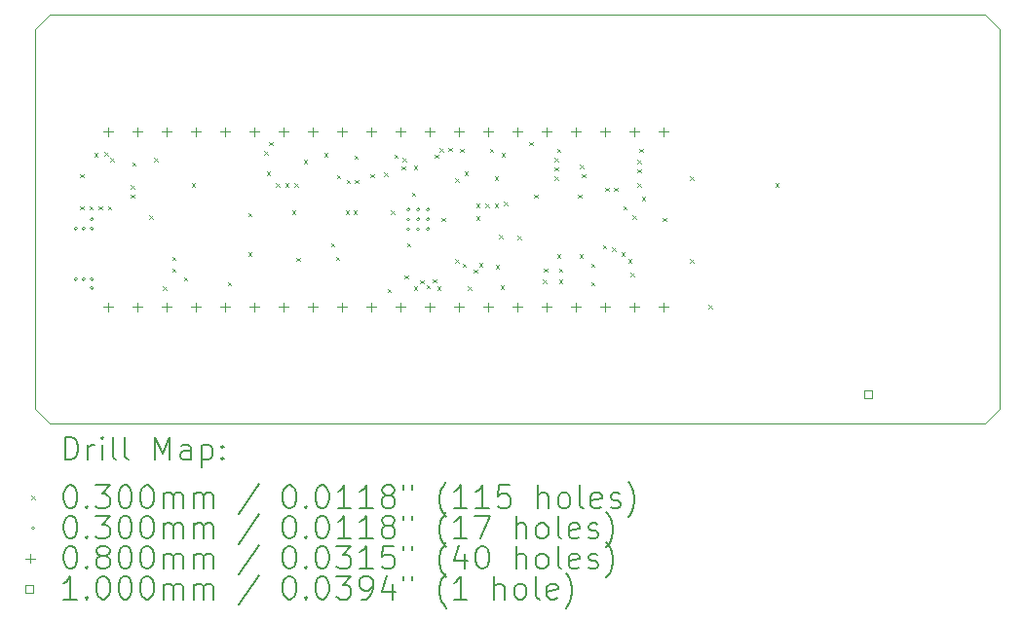
<source format=gbr>
%TF.GenerationSoftware,KiCad,Pcbnew,9.0.1*%
%TF.CreationDate,2025-10-13T15:59:12-06:00*%
%TF.ProjectId,inconsole,696e636f-6e73-46f6-9c65-2e6b69636164,rev?*%
%TF.SameCoordinates,Original*%
%TF.FileFunction,Drillmap*%
%TF.FilePolarity,Positive*%
%FSLAX45Y45*%
G04 Gerber Fmt 4.5, Leading zero omitted, Abs format (unit mm)*
G04 Created by KiCad (PCBNEW 9.0.1) date 2025-10-13 15:59:12*
%MOMM*%
%LPD*%
G01*
G04 APERTURE LIST*
%ADD10C,0.050000*%
%ADD11C,0.200000*%
%ADD12C,0.100000*%
G04 APERTURE END LIST*
D10*
X15240000Y-13970000D02*
X15367000Y-13843000D01*
X7112000Y-10414000D02*
X6985000Y-10541000D01*
X7112000Y-13970000D02*
X13335000Y-13970000D01*
X15240000Y-10414000D02*
X7112000Y-10414000D01*
X13335000Y-13970000D02*
X15240000Y-13970000D01*
X6985000Y-13843000D02*
X7112000Y-13970000D01*
X15367000Y-10541000D02*
X15240000Y-10414000D01*
X6985000Y-10541000D02*
X6985000Y-13843000D01*
X15367000Y-13843000D02*
X15367000Y-10541000D01*
D11*
D12*
X7378000Y-11797000D02*
X7408000Y-11827000D01*
X7408000Y-11797000D02*
X7378000Y-11827000D01*
X7378000Y-12077000D02*
X7408000Y-12107000D01*
X7408000Y-12077000D02*
X7378000Y-12107000D01*
X7458000Y-12077000D02*
X7488000Y-12107000D01*
X7488000Y-12077000D02*
X7458000Y-12107000D01*
X7498000Y-11617000D02*
X7528000Y-11647000D01*
X7528000Y-11617000D02*
X7498000Y-11647000D01*
X7538000Y-12077000D02*
X7568000Y-12107000D01*
X7568000Y-12077000D02*
X7538000Y-12107000D01*
X7587088Y-11606088D02*
X7617088Y-11636088D01*
X7617088Y-11606088D02*
X7587088Y-11636088D01*
X7618000Y-12077000D02*
X7648000Y-12107000D01*
X7648000Y-12077000D02*
X7618000Y-12107000D01*
X7638000Y-11657000D02*
X7668000Y-11687000D01*
X7668000Y-11657000D02*
X7638000Y-11687000D01*
X7818000Y-11897000D02*
X7848000Y-11927000D01*
X7848000Y-11897000D02*
X7818000Y-11927000D01*
X7818000Y-11977000D02*
X7848000Y-12007000D01*
X7848000Y-11977000D02*
X7818000Y-12007000D01*
X7828000Y-11697000D02*
X7858000Y-11727000D01*
X7858000Y-11697000D02*
X7828000Y-11727000D01*
X7978000Y-12157000D02*
X8008000Y-12187000D01*
X8008000Y-12157000D02*
X7978000Y-12187000D01*
X8018000Y-11657000D02*
X8048000Y-11687000D01*
X8048000Y-11657000D02*
X8018000Y-11687000D01*
X8098000Y-12777000D02*
X8128000Y-12807000D01*
X8128000Y-12777000D02*
X8098000Y-12807000D01*
X8178000Y-12517000D02*
X8208000Y-12547000D01*
X8208000Y-12517000D02*
X8178000Y-12547000D01*
X8178000Y-12617000D02*
X8208000Y-12647000D01*
X8208000Y-12617000D02*
X8178000Y-12647000D01*
X8278000Y-12697000D02*
X8308000Y-12727000D01*
X8308000Y-12697000D02*
X8278000Y-12727000D01*
X8345000Y-11877000D02*
X8375000Y-11907000D01*
X8375000Y-11877000D02*
X8345000Y-11907000D01*
X8658000Y-12737000D02*
X8688000Y-12767000D01*
X8688000Y-12737000D02*
X8658000Y-12767000D01*
X8838000Y-12137000D02*
X8868000Y-12167000D01*
X8868000Y-12137000D02*
X8838000Y-12167000D01*
X8838000Y-12477000D02*
X8868000Y-12507000D01*
X8868000Y-12477000D02*
X8838000Y-12507000D01*
X8978000Y-11597000D02*
X9008000Y-11627000D01*
X9008000Y-11597000D02*
X8978000Y-11627000D01*
X8998000Y-11777000D02*
X9028000Y-11807000D01*
X9028000Y-11777000D02*
X8998000Y-11807000D01*
X9018000Y-11517000D02*
X9048000Y-11547000D01*
X9048000Y-11517000D02*
X9018000Y-11547000D01*
X9078000Y-11877000D02*
X9108000Y-11907000D01*
X9108000Y-11877000D02*
X9078000Y-11907000D01*
X9158000Y-11877000D02*
X9188000Y-11907000D01*
X9188000Y-11877000D02*
X9158000Y-11907000D01*
X9218000Y-12117000D02*
X9248000Y-12147000D01*
X9248000Y-12117000D02*
X9218000Y-12147000D01*
X9238000Y-11877000D02*
X9268000Y-11907000D01*
X9268000Y-11877000D02*
X9238000Y-11907000D01*
X9258000Y-12525000D02*
X9288000Y-12555000D01*
X9288000Y-12525000D02*
X9258000Y-12555000D01*
X9320000Y-11675000D02*
X9350000Y-11705000D01*
X9350000Y-11675000D02*
X9320000Y-11705000D01*
X9498000Y-11617000D02*
X9528000Y-11647000D01*
X9528000Y-11617000D02*
X9498000Y-11647000D01*
X9558000Y-12397000D02*
X9588000Y-12427000D01*
X9588000Y-12397000D02*
X9558000Y-12427000D01*
X9598000Y-12517000D02*
X9628000Y-12547000D01*
X9628000Y-12517000D02*
X9598000Y-12547000D01*
X9608000Y-11807000D02*
X9638000Y-11837000D01*
X9638000Y-11807000D02*
X9608000Y-11837000D01*
X9682000Y-12117000D02*
X9712000Y-12147000D01*
X9712000Y-12117000D02*
X9682000Y-12147000D01*
X9692000Y-11847000D02*
X9722000Y-11877000D01*
X9722000Y-11847000D02*
X9692000Y-11877000D01*
X9752000Y-12117000D02*
X9782000Y-12147000D01*
X9782000Y-12117000D02*
X9752000Y-12147000D01*
X9758000Y-11637000D02*
X9788000Y-11667000D01*
X9788000Y-11637000D02*
X9758000Y-11667000D01*
X9762000Y-11847000D02*
X9792000Y-11877000D01*
X9792000Y-11847000D02*
X9762000Y-11877000D01*
X9898000Y-11797000D02*
X9928000Y-11827000D01*
X9928000Y-11797000D02*
X9898000Y-11827000D01*
X10018000Y-11787000D02*
X10048000Y-11817000D01*
X10048000Y-11787000D02*
X10018000Y-11817000D01*
X10048000Y-12797000D02*
X10078000Y-12827000D01*
X10078000Y-12797000D02*
X10048000Y-12827000D01*
X10078000Y-12117000D02*
X10108000Y-12147000D01*
X10108000Y-12117000D02*
X10078000Y-12147000D01*
X10108000Y-11629000D02*
X10138000Y-11659000D01*
X10138000Y-11629000D02*
X10108000Y-11659000D01*
X10168100Y-11729000D02*
X10198100Y-11759000D01*
X10198100Y-11729000D02*
X10168100Y-11759000D01*
X10178000Y-11657000D02*
X10208000Y-11687000D01*
X10208000Y-11657000D02*
X10178000Y-11687000D01*
X10198000Y-12677000D02*
X10228000Y-12707000D01*
X10228000Y-12677000D02*
X10198000Y-12707000D01*
X10218000Y-12397000D02*
X10248000Y-12427000D01*
X10248000Y-12397000D02*
X10218000Y-12427000D01*
X10258000Y-11957000D02*
X10288000Y-11987000D01*
X10288000Y-11957000D02*
X10258000Y-11987000D01*
X10278000Y-11727000D02*
X10308000Y-11757000D01*
X10308000Y-11727000D02*
X10278000Y-11757000D01*
X10278000Y-12777000D02*
X10308000Y-12807000D01*
X10308000Y-12777000D02*
X10278000Y-12807000D01*
X10330000Y-12721195D02*
X10360000Y-12751195D01*
X10360000Y-12721195D02*
X10330000Y-12751195D01*
X10387712Y-12764245D02*
X10417712Y-12794245D01*
X10417712Y-12764245D02*
X10387712Y-12794245D01*
X10442023Y-12712977D02*
X10472023Y-12742977D01*
X10472023Y-12712977D02*
X10442023Y-12742977D01*
X10458000Y-11629000D02*
X10488000Y-11659000D01*
X10488000Y-11629000D02*
X10458000Y-11659000D01*
X10478000Y-12777000D02*
X10508000Y-12807000D01*
X10508000Y-12777000D02*
X10478000Y-12807000D01*
X10501899Y-11571931D02*
X10531899Y-11601931D01*
X10531899Y-11571931D02*
X10501899Y-11601931D01*
X10518000Y-12177000D02*
X10548000Y-12207000D01*
X10548000Y-12177000D02*
X10518000Y-12207000D01*
X10578000Y-11569000D02*
X10608000Y-11599000D01*
X10608000Y-11569000D02*
X10578000Y-11599000D01*
X10638000Y-11837000D02*
X10668000Y-11867000D01*
X10668000Y-11837000D02*
X10638000Y-11867000D01*
X10638000Y-12537000D02*
X10668000Y-12567000D01*
X10668000Y-12537000D02*
X10638000Y-12567000D01*
X10678000Y-11577000D02*
X10708000Y-11607000D01*
X10708000Y-11577000D02*
X10678000Y-11607000D01*
X10698000Y-12577000D02*
X10728000Y-12607000D01*
X10728000Y-12577000D02*
X10698000Y-12607000D01*
X10718000Y-11777000D02*
X10748000Y-11807000D01*
X10748000Y-11777000D02*
X10718000Y-11807000D01*
X10746593Y-12774520D02*
X10776593Y-12804520D01*
X10776593Y-12774520D02*
X10746593Y-12804520D01*
X10798000Y-12627000D02*
X10828000Y-12657000D01*
X10828000Y-12627000D02*
X10798000Y-12657000D01*
X10818000Y-12057000D02*
X10848000Y-12087000D01*
X10848000Y-12057000D02*
X10818000Y-12087000D01*
X10818000Y-12165000D02*
X10848000Y-12195000D01*
X10848000Y-12165000D02*
X10818000Y-12195000D01*
X10842900Y-12570654D02*
X10872900Y-12600654D01*
X10872900Y-12570654D02*
X10842900Y-12600654D01*
X10898000Y-12057000D02*
X10928000Y-12087000D01*
X10928000Y-12057000D02*
X10898000Y-12087000D01*
X10938000Y-11577000D02*
X10968000Y-11607000D01*
X10968000Y-11577000D02*
X10938000Y-11607000D01*
X10978000Y-11817000D02*
X11008000Y-11847000D01*
X11008000Y-11817000D02*
X10978000Y-11847000D01*
X10978000Y-12057000D02*
X11008000Y-12087000D01*
X11008000Y-12057000D02*
X10978000Y-12087000D01*
X10988000Y-12587000D02*
X11018000Y-12617000D01*
X11018000Y-12587000D02*
X10988000Y-12617000D01*
X11018000Y-12327000D02*
X11048000Y-12357000D01*
X11048000Y-12327000D02*
X11018000Y-12357000D01*
X11031043Y-12765205D02*
X11061043Y-12795205D01*
X11061043Y-12765205D02*
X11031043Y-12795205D01*
X11038000Y-11617000D02*
X11068000Y-11647000D01*
X11068000Y-11617000D02*
X11038000Y-11647000D01*
X11058000Y-12037000D02*
X11088000Y-12067000D01*
X11088000Y-12037000D02*
X11058000Y-12067000D01*
X11178000Y-12337000D02*
X11208000Y-12367000D01*
X11208000Y-12337000D02*
X11178000Y-12367000D01*
X11278000Y-11517000D02*
X11308000Y-11547000D01*
X11308000Y-11517000D02*
X11278000Y-11547000D01*
X11322000Y-11977000D02*
X11352000Y-12007000D01*
X11352000Y-11977000D02*
X11322000Y-12007000D01*
X11398000Y-12717000D02*
X11428000Y-12747000D01*
X11428000Y-12717000D02*
X11398000Y-12747000D01*
X11408000Y-12617000D02*
X11438000Y-12647000D01*
X11438000Y-12617000D02*
X11408000Y-12647000D01*
X11498000Y-11657000D02*
X11528000Y-11687000D01*
X11528000Y-11657000D02*
X11498000Y-11687000D01*
X11498000Y-11737000D02*
X11528000Y-11767000D01*
X11528000Y-11737000D02*
X11498000Y-11767000D01*
X11498000Y-11817000D02*
X11528000Y-11847000D01*
X11528000Y-11817000D02*
X11498000Y-11847000D01*
X11520768Y-11577000D02*
X11550768Y-11607000D01*
X11550768Y-11577000D02*
X11520768Y-11607000D01*
X11522000Y-12497000D02*
X11552000Y-12527000D01*
X11552000Y-12497000D02*
X11522000Y-12527000D01*
X11538000Y-12617000D02*
X11568000Y-12647000D01*
X11568000Y-12617000D02*
X11538000Y-12647000D01*
X11538000Y-12717000D02*
X11568000Y-12747000D01*
X11568000Y-12717000D02*
X11538000Y-12747000D01*
X11702000Y-11977000D02*
X11732000Y-12007000D01*
X11732000Y-11977000D02*
X11702000Y-12007000D01*
X11717000Y-12497000D02*
X11747000Y-12527000D01*
X11747000Y-12497000D02*
X11717000Y-12527000D01*
X11718000Y-11717000D02*
X11748000Y-11747000D01*
X11748000Y-11717000D02*
X11718000Y-11747000D01*
X11738000Y-11797000D02*
X11768000Y-11827000D01*
X11768000Y-11797000D02*
X11738000Y-11827000D01*
X11818000Y-12577000D02*
X11848000Y-12607000D01*
X11848000Y-12577000D02*
X11818000Y-12607000D01*
X11818000Y-12737000D02*
X11848000Y-12767000D01*
X11848000Y-12737000D02*
X11818000Y-12767000D01*
X11918000Y-12417000D02*
X11948000Y-12447000D01*
X11948000Y-12417000D02*
X11918000Y-12447000D01*
X11938000Y-11917000D02*
X11968000Y-11947000D01*
X11968000Y-11917000D02*
X11938000Y-11947000D01*
X11998000Y-12437000D02*
X12028000Y-12467000D01*
X12028000Y-12437000D02*
X11998000Y-12467000D01*
X12018000Y-11917000D02*
X12048000Y-11947000D01*
X12048000Y-11917000D02*
X12018000Y-11947000D01*
X12078000Y-12477000D02*
X12108000Y-12507000D01*
X12108000Y-12477000D02*
X12078000Y-12507000D01*
X12098000Y-12077000D02*
X12128000Y-12107000D01*
X12128000Y-12077000D02*
X12098000Y-12107000D01*
X12138000Y-12537000D02*
X12168000Y-12567000D01*
X12168000Y-12537000D02*
X12138000Y-12567000D01*
X12158000Y-12657000D02*
X12188000Y-12687000D01*
X12188000Y-12657000D02*
X12158000Y-12687000D01*
X12178000Y-12157000D02*
X12208000Y-12187000D01*
X12208000Y-12157000D02*
X12178000Y-12187000D01*
X12218000Y-11677000D02*
X12248000Y-11707000D01*
X12248000Y-11677000D02*
X12218000Y-11707000D01*
X12218000Y-11757000D02*
X12248000Y-11787000D01*
X12248000Y-11757000D02*
X12218000Y-11787000D01*
X12218000Y-11877000D02*
X12248000Y-11907000D01*
X12248000Y-11877000D02*
X12218000Y-11907000D01*
X12238000Y-11577000D02*
X12268000Y-11607000D01*
X12268000Y-11577000D02*
X12238000Y-11607000D01*
X12258000Y-11997000D02*
X12288000Y-12027000D01*
X12288000Y-11997000D02*
X12258000Y-12027000D01*
X12438000Y-12177000D02*
X12468000Y-12207000D01*
X12468000Y-12177000D02*
X12438000Y-12207000D01*
X12678000Y-11817000D02*
X12708000Y-11847000D01*
X12708000Y-11817000D02*
X12678000Y-11847000D01*
X12678000Y-12537000D02*
X12708000Y-12567000D01*
X12708000Y-12537000D02*
X12678000Y-12567000D01*
X12838000Y-12937000D02*
X12868000Y-12967000D01*
X12868000Y-12937000D02*
X12838000Y-12967000D01*
X13418000Y-11877000D02*
X13448000Y-11907000D01*
X13448000Y-11877000D02*
X13418000Y-11907000D01*
X7353000Y-12272000D02*
G75*
G02*
X7323000Y-12272000I-15000J0D01*
G01*
X7323000Y-12272000D02*
G75*
G02*
X7353000Y-12272000I15000J0D01*
G01*
X7353000Y-12712000D02*
G75*
G02*
X7323000Y-12712000I-15000J0D01*
G01*
X7323000Y-12712000D02*
G75*
G02*
X7353000Y-12712000I15000J0D01*
G01*
X7423000Y-12272000D02*
G75*
G02*
X7393000Y-12272000I-15000J0D01*
G01*
X7393000Y-12272000D02*
G75*
G02*
X7423000Y-12272000I15000J0D01*
G01*
X7423000Y-12712000D02*
G75*
G02*
X7393000Y-12712000I-15000J0D01*
G01*
X7393000Y-12712000D02*
G75*
G02*
X7423000Y-12712000I15000J0D01*
G01*
X7493000Y-12192000D02*
G75*
G02*
X7463000Y-12192000I-15000J0D01*
G01*
X7463000Y-12192000D02*
G75*
G02*
X7493000Y-12192000I15000J0D01*
G01*
X7493000Y-12272000D02*
G75*
G02*
X7463000Y-12272000I-15000J0D01*
G01*
X7463000Y-12272000D02*
G75*
G02*
X7493000Y-12272000I15000J0D01*
G01*
X7493000Y-12712000D02*
G75*
G02*
X7463000Y-12712000I-15000J0D01*
G01*
X7463000Y-12712000D02*
G75*
G02*
X7493000Y-12712000I15000J0D01*
G01*
X7493000Y-12787000D02*
G75*
G02*
X7463000Y-12787000I-15000J0D01*
G01*
X7463000Y-12787000D02*
G75*
G02*
X7493000Y-12787000I15000J0D01*
G01*
X10243000Y-12107000D02*
G75*
G02*
X10213000Y-12107000I-15000J0D01*
G01*
X10213000Y-12107000D02*
G75*
G02*
X10243000Y-12107000I15000J0D01*
G01*
X10243000Y-12192000D02*
G75*
G02*
X10213000Y-12192000I-15000J0D01*
G01*
X10213000Y-12192000D02*
G75*
G02*
X10243000Y-12192000I15000J0D01*
G01*
X10243000Y-12277000D02*
G75*
G02*
X10213000Y-12277000I-15000J0D01*
G01*
X10213000Y-12277000D02*
G75*
G02*
X10243000Y-12277000I15000J0D01*
G01*
X10328000Y-12107000D02*
G75*
G02*
X10298000Y-12107000I-15000J0D01*
G01*
X10298000Y-12107000D02*
G75*
G02*
X10328000Y-12107000I15000J0D01*
G01*
X10328000Y-12192000D02*
G75*
G02*
X10298000Y-12192000I-15000J0D01*
G01*
X10298000Y-12192000D02*
G75*
G02*
X10328000Y-12192000I15000J0D01*
G01*
X10328000Y-12277000D02*
G75*
G02*
X10298000Y-12277000I-15000J0D01*
G01*
X10298000Y-12277000D02*
G75*
G02*
X10328000Y-12277000I15000J0D01*
G01*
X10413000Y-12107000D02*
G75*
G02*
X10383000Y-12107000I-15000J0D01*
G01*
X10383000Y-12107000D02*
G75*
G02*
X10413000Y-12107000I15000J0D01*
G01*
X10413000Y-12192000D02*
G75*
G02*
X10383000Y-12192000I-15000J0D01*
G01*
X10383000Y-12192000D02*
G75*
G02*
X10413000Y-12192000I15000J0D01*
G01*
X10413000Y-12277000D02*
G75*
G02*
X10383000Y-12277000I-15000J0D01*
G01*
X10383000Y-12277000D02*
G75*
G02*
X10413000Y-12277000I15000J0D01*
G01*
X7620000Y-11390000D02*
X7620000Y-11470000D01*
X7580000Y-11430000D02*
X7660000Y-11430000D01*
X7620000Y-12914000D02*
X7620000Y-12994000D01*
X7580000Y-12954000D02*
X7660000Y-12954000D01*
X7874000Y-11390000D02*
X7874000Y-11470000D01*
X7834000Y-11430000D02*
X7914000Y-11430000D01*
X7874000Y-12914000D02*
X7874000Y-12994000D01*
X7834000Y-12954000D02*
X7914000Y-12954000D01*
X8128000Y-11390000D02*
X8128000Y-11470000D01*
X8088000Y-11430000D02*
X8168000Y-11430000D01*
X8128000Y-12914000D02*
X8128000Y-12994000D01*
X8088000Y-12954000D02*
X8168000Y-12954000D01*
X8382000Y-11390000D02*
X8382000Y-11470000D01*
X8342000Y-11430000D02*
X8422000Y-11430000D01*
X8382000Y-12914000D02*
X8382000Y-12994000D01*
X8342000Y-12954000D02*
X8422000Y-12954000D01*
X8636000Y-11390000D02*
X8636000Y-11470000D01*
X8596000Y-11430000D02*
X8676000Y-11430000D01*
X8636000Y-12914000D02*
X8636000Y-12994000D01*
X8596000Y-12954000D02*
X8676000Y-12954000D01*
X8890000Y-11390000D02*
X8890000Y-11470000D01*
X8850000Y-11430000D02*
X8930000Y-11430000D01*
X8890000Y-12914000D02*
X8890000Y-12994000D01*
X8850000Y-12954000D02*
X8930000Y-12954000D01*
X9144000Y-11390000D02*
X9144000Y-11470000D01*
X9104000Y-11430000D02*
X9184000Y-11430000D01*
X9144000Y-12914000D02*
X9144000Y-12994000D01*
X9104000Y-12954000D02*
X9184000Y-12954000D01*
X9398000Y-11390000D02*
X9398000Y-11470000D01*
X9358000Y-11430000D02*
X9438000Y-11430000D01*
X9398000Y-12914000D02*
X9398000Y-12994000D01*
X9358000Y-12954000D02*
X9438000Y-12954000D01*
X9652000Y-11390000D02*
X9652000Y-11470000D01*
X9612000Y-11430000D02*
X9692000Y-11430000D01*
X9652000Y-12914000D02*
X9652000Y-12994000D01*
X9612000Y-12954000D02*
X9692000Y-12954000D01*
X9906000Y-11390000D02*
X9906000Y-11470000D01*
X9866000Y-11430000D02*
X9946000Y-11430000D01*
X9906000Y-12914000D02*
X9906000Y-12994000D01*
X9866000Y-12954000D02*
X9946000Y-12954000D01*
X10160000Y-11390000D02*
X10160000Y-11470000D01*
X10120000Y-11430000D02*
X10200000Y-11430000D01*
X10160000Y-12914000D02*
X10160000Y-12994000D01*
X10120000Y-12954000D02*
X10200000Y-12954000D01*
X10414000Y-11390000D02*
X10414000Y-11470000D01*
X10374000Y-11430000D02*
X10454000Y-11430000D01*
X10414000Y-12914000D02*
X10414000Y-12994000D01*
X10374000Y-12954000D02*
X10454000Y-12954000D01*
X10668000Y-11390000D02*
X10668000Y-11470000D01*
X10628000Y-11430000D02*
X10708000Y-11430000D01*
X10668000Y-12914000D02*
X10668000Y-12994000D01*
X10628000Y-12954000D02*
X10708000Y-12954000D01*
X10922000Y-11390000D02*
X10922000Y-11470000D01*
X10882000Y-11430000D02*
X10962000Y-11430000D01*
X10922000Y-12914000D02*
X10922000Y-12994000D01*
X10882000Y-12954000D02*
X10962000Y-12954000D01*
X11176000Y-11390000D02*
X11176000Y-11470000D01*
X11136000Y-11430000D02*
X11216000Y-11430000D01*
X11176000Y-12914000D02*
X11176000Y-12994000D01*
X11136000Y-12954000D02*
X11216000Y-12954000D01*
X11430000Y-11390000D02*
X11430000Y-11470000D01*
X11390000Y-11430000D02*
X11470000Y-11430000D01*
X11430000Y-12914000D02*
X11430000Y-12994000D01*
X11390000Y-12954000D02*
X11470000Y-12954000D01*
X11684000Y-11390000D02*
X11684000Y-11470000D01*
X11644000Y-11430000D02*
X11724000Y-11430000D01*
X11684000Y-12914000D02*
X11684000Y-12994000D01*
X11644000Y-12954000D02*
X11724000Y-12954000D01*
X11938000Y-11390000D02*
X11938000Y-11470000D01*
X11898000Y-11430000D02*
X11978000Y-11430000D01*
X11938000Y-12914000D02*
X11938000Y-12994000D01*
X11898000Y-12954000D02*
X11978000Y-12954000D01*
X12192000Y-11390000D02*
X12192000Y-11470000D01*
X12152000Y-11430000D02*
X12232000Y-11430000D01*
X12192000Y-12914000D02*
X12192000Y-12994000D01*
X12152000Y-12954000D02*
X12232000Y-12954000D01*
X12446000Y-11390000D02*
X12446000Y-11470000D01*
X12406000Y-11430000D02*
X12486000Y-11430000D01*
X12446000Y-12914000D02*
X12446000Y-12994000D01*
X12406000Y-12954000D02*
X12486000Y-12954000D01*
X14259356Y-13751356D02*
X14259356Y-13680644D01*
X14188644Y-13680644D01*
X14188644Y-13751356D01*
X14259356Y-13751356D01*
D11*
X7243277Y-14283984D02*
X7243277Y-14083984D01*
X7243277Y-14083984D02*
X7290896Y-14083984D01*
X7290896Y-14083984D02*
X7319467Y-14093508D01*
X7319467Y-14093508D02*
X7338515Y-14112555D01*
X7338515Y-14112555D02*
X7348039Y-14131603D01*
X7348039Y-14131603D02*
X7357562Y-14169698D01*
X7357562Y-14169698D02*
X7357562Y-14198269D01*
X7357562Y-14198269D02*
X7348039Y-14236365D01*
X7348039Y-14236365D02*
X7338515Y-14255412D01*
X7338515Y-14255412D02*
X7319467Y-14274460D01*
X7319467Y-14274460D02*
X7290896Y-14283984D01*
X7290896Y-14283984D02*
X7243277Y-14283984D01*
X7443277Y-14283984D02*
X7443277Y-14150650D01*
X7443277Y-14188746D02*
X7452801Y-14169698D01*
X7452801Y-14169698D02*
X7462324Y-14160174D01*
X7462324Y-14160174D02*
X7481372Y-14150650D01*
X7481372Y-14150650D02*
X7500420Y-14150650D01*
X7567086Y-14283984D02*
X7567086Y-14150650D01*
X7567086Y-14083984D02*
X7557562Y-14093508D01*
X7557562Y-14093508D02*
X7567086Y-14103031D01*
X7567086Y-14103031D02*
X7576610Y-14093508D01*
X7576610Y-14093508D02*
X7567086Y-14083984D01*
X7567086Y-14083984D02*
X7567086Y-14103031D01*
X7690896Y-14283984D02*
X7671848Y-14274460D01*
X7671848Y-14274460D02*
X7662324Y-14255412D01*
X7662324Y-14255412D02*
X7662324Y-14083984D01*
X7795658Y-14283984D02*
X7776610Y-14274460D01*
X7776610Y-14274460D02*
X7767086Y-14255412D01*
X7767086Y-14255412D02*
X7767086Y-14083984D01*
X8024229Y-14283984D02*
X8024229Y-14083984D01*
X8024229Y-14083984D02*
X8090896Y-14226841D01*
X8090896Y-14226841D02*
X8157562Y-14083984D01*
X8157562Y-14083984D02*
X8157562Y-14283984D01*
X8338515Y-14283984D02*
X8338515Y-14179222D01*
X8338515Y-14179222D02*
X8328991Y-14160174D01*
X8328991Y-14160174D02*
X8309943Y-14150650D01*
X8309943Y-14150650D02*
X8271848Y-14150650D01*
X8271848Y-14150650D02*
X8252801Y-14160174D01*
X8338515Y-14274460D02*
X8319467Y-14283984D01*
X8319467Y-14283984D02*
X8271848Y-14283984D01*
X8271848Y-14283984D02*
X8252801Y-14274460D01*
X8252801Y-14274460D02*
X8243277Y-14255412D01*
X8243277Y-14255412D02*
X8243277Y-14236365D01*
X8243277Y-14236365D02*
X8252801Y-14217317D01*
X8252801Y-14217317D02*
X8271848Y-14207793D01*
X8271848Y-14207793D02*
X8319467Y-14207793D01*
X8319467Y-14207793D02*
X8338515Y-14198269D01*
X8433753Y-14150650D02*
X8433753Y-14350650D01*
X8433753Y-14160174D02*
X8452801Y-14150650D01*
X8452801Y-14150650D02*
X8490896Y-14150650D01*
X8490896Y-14150650D02*
X8509944Y-14160174D01*
X8509944Y-14160174D02*
X8519467Y-14169698D01*
X8519467Y-14169698D02*
X8528991Y-14188746D01*
X8528991Y-14188746D02*
X8528991Y-14245888D01*
X8528991Y-14245888D02*
X8519467Y-14264936D01*
X8519467Y-14264936D02*
X8509944Y-14274460D01*
X8509944Y-14274460D02*
X8490896Y-14283984D01*
X8490896Y-14283984D02*
X8452801Y-14283984D01*
X8452801Y-14283984D02*
X8433753Y-14274460D01*
X8614705Y-14264936D02*
X8624229Y-14274460D01*
X8624229Y-14274460D02*
X8614705Y-14283984D01*
X8614705Y-14283984D02*
X8605182Y-14274460D01*
X8605182Y-14274460D02*
X8614705Y-14264936D01*
X8614705Y-14264936D02*
X8614705Y-14283984D01*
X8614705Y-14160174D02*
X8624229Y-14169698D01*
X8624229Y-14169698D02*
X8614705Y-14179222D01*
X8614705Y-14179222D02*
X8605182Y-14169698D01*
X8605182Y-14169698D02*
X8614705Y-14160174D01*
X8614705Y-14160174D02*
X8614705Y-14179222D01*
D12*
X6952500Y-14597500D02*
X6982500Y-14627500D01*
X6982500Y-14597500D02*
X6952500Y-14627500D01*
D11*
X7281372Y-14503984D02*
X7300420Y-14503984D01*
X7300420Y-14503984D02*
X7319467Y-14513508D01*
X7319467Y-14513508D02*
X7328991Y-14523031D01*
X7328991Y-14523031D02*
X7338515Y-14542079D01*
X7338515Y-14542079D02*
X7348039Y-14580174D01*
X7348039Y-14580174D02*
X7348039Y-14627793D01*
X7348039Y-14627793D02*
X7338515Y-14665888D01*
X7338515Y-14665888D02*
X7328991Y-14684936D01*
X7328991Y-14684936D02*
X7319467Y-14694460D01*
X7319467Y-14694460D02*
X7300420Y-14703984D01*
X7300420Y-14703984D02*
X7281372Y-14703984D01*
X7281372Y-14703984D02*
X7262324Y-14694460D01*
X7262324Y-14694460D02*
X7252801Y-14684936D01*
X7252801Y-14684936D02*
X7243277Y-14665888D01*
X7243277Y-14665888D02*
X7233753Y-14627793D01*
X7233753Y-14627793D02*
X7233753Y-14580174D01*
X7233753Y-14580174D02*
X7243277Y-14542079D01*
X7243277Y-14542079D02*
X7252801Y-14523031D01*
X7252801Y-14523031D02*
X7262324Y-14513508D01*
X7262324Y-14513508D02*
X7281372Y-14503984D01*
X7433753Y-14684936D02*
X7443277Y-14694460D01*
X7443277Y-14694460D02*
X7433753Y-14703984D01*
X7433753Y-14703984D02*
X7424229Y-14694460D01*
X7424229Y-14694460D02*
X7433753Y-14684936D01*
X7433753Y-14684936D02*
X7433753Y-14703984D01*
X7509943Y-14503984D02*
X7633753Y-14503984D01*
X7633753Y-14503984D02*
X7567086Y-14580174D01*
X7567086Y-14580174D02*
X7595658Y-14580174D01*
X7595658Y-14580174D02*
X7614705Y-14589698D01*
X7614705Y-14589698D02*
X7624229Y-14599222D01*
X7624229Y-14599222D02*
X7633753Y-14618269D01*
X7633753Y-14618269D02*
X7633753Y-14665888D01*
X7633753Y-14665888D02*
X7624229Y-14684936D01*
X7624229Y-14684936D02*
X7614705Y-14694460D01*
X7614705Y-14694460D02*
X7595658Y-14703984D01*
X7595658Y-14703984D02*
X7538515Y-14703984D01*
X7538515Y-14703984D02*
X7519467Y-14694460D01*
X7519467Y-14694460D02*
X7509943Y-14684936D01*
X7757562Y-14503984D02*
X7776610Y-14503984D01*
X7776610Y-14503984D02*
X7795658Y-14513508D01*
X7795658Y-14513508D02*
X7805182Y-14523031D01*
X7805182Y-14523031D02*
X7814705Y-14542079D01*
X7814705Y-14542079D02*
X7824229Y-14580174D01*
X7824229Y-14580174D02*
X7824229Y-14627793D01*
X7824229Y-14627793D02*
X7814705Y-14665888D01*
X7814705Y-14665888D02*
X7805182Y-14684936D01*
X7805182Y-14684936D02*
X7795658Y-14694460D01*
X7795658Y-14694460D02*
X7776610Y-14703984D01*
X7776610Y-14703984D02*
X7757562Y-14703984D01*
X7757562Y-14703984D02*
X7738515Y-14694460D01*
X7738515Y-14694460D02*
X7728991Y-14684936D01*
X7728991Y-14684936D02*
X7719467Y-14665888D01*
X7719467Y-14665888D02*
X7709943Y-14627793D01*
X7709943Y-14627793D02*
X7709943Y-14580174D01*
X7709943Y-14580174D02*
X7719467Y-14542079D01*
X7719467Y-14542079D02*
X7728991Y-14523031D01*
X7728991Y-14523031D02*
X7738515Y-14513508D01*
X7738515Y-14513508D02*
X7757562Y-14503984D01*
X7948039Y-14503984D02*
X7967086Y-14503984D01*
X7967086Y-14503984D02*
X7986134Y-14513508D01*
X7986134Y-14513508D02*
X7995658Y-14523031D01*
X7995658Y-14523031D02*
X8005182Y-14542079D01*
X8005182Y-14542079D02*
X8014705Y-14580174D01*
X8014705Y-14580174D02*
X8014705Y-14627793D01*
X8014705Y-14627793D02*
X8005182Y-14665888D01*
X8005182Y-14665888D02*
X7995658Y-14684936D01*
X7995658Y-14684936D02*
X7986134Y-14694460D01*
X7986134Y-14694460D02*
X7967086Y-14703984D01*
X7967086Y-14703984D02*
X7948039Y-14703984D01*
X7948039Y-14703984D02*
X7928991Y-14694460D01*
X7928991Y-14694460D02*
X7919467Y-14684936D01*
X7919467Y-14684936D02*
X7909943Y-14665888D01*
X7909943Y-14665888D02*
X7900420Y-14627793D01*
X7900420Y-14627793D02*
X7900420Y-14580174D01*
X7900420Y-14580174D02*
X7909943Y-14542079D01*
X7909943Y-14542079D02*
X7919467Y-14523031D01*
X7919467Y-14523031D02*
X7928991Y-14513508D01*
X7928991Y-14513508D02*
X7948039Y-14503984D01*
X8100420Y-14703984D02*
X8100420Y-14570650D01*
X8100420Y-14589698D02*
X8109943Y-14580174D01*
X8109943Y-14580174D02*
X8128991Y-14570650D01*
X8128991Y-14570650D02*
X8157563Y-14570650D01*
X8157563Y-14570650D02*
X8176610Y-14580174D01*
X8176610Y-14580174D02*
X8186134Y-14599222D01*
X8186134Y-14599222D02*
X8186134Y-14703984D01*
X8186134Y-14599222D02*
X8195658Y-14580174D01*
X8195658Y-14580174D02*
X8214705Y-14570650D01*
X8214705Y-14570650D02*
X8243277Y-14570650D01*
X8243277Y-14570650D02*
X8262324Y-14580174D01*
X8262324Y-14580174D02*
X8271848Y-14599222D01*
X8271848Y-14599222D02*
X8271848Y-14703984D01*
X8367086Y-14703984D02*
X8367086Y-14570650D01*
X8367086Y-14589698D02*
X8376610Y-14580174D01*
X8376610Y-14580174D02*
X8395658Y-14570650D01*
X8395658Y-14570650D02*
X8424229Y-14570650D01*
X8424229Y-14570650D02*
X8443277Y-14580174D01*
X8443277Y-14580174D02*
X8452801Y-14599222D01*
X8452801Y-14599222D02*
X8452801Y-14703984D01*
X8452801Y-14599222D02*
X8462325Y-14580174D01*
X8462325Y-14580174D02*
X8481372Y-14570650D01*
X8481372Y-14570650D02*
X8509944Y-14570650D01*
X8509944Y-14570650D02*
X8528991Y-14580174D01*
X8528991Y-14580174D02*
X8538515Y-14599222D01*
X8538515Y-14599222D02*
X8538515Y-14703984D01*
X8928991Y-14494460D02*
X8757563Y-14751603D01*
X9186134Y-14503984D02*
X9205182Y-14503984D01*
X9205182Y-14503984D02*
X9224229Y-14513508D01*
X9224229Y-14513508D02*
X9233753Y-14523031D01*
X9233753Y-14523031D02*
X9243277Y-14542079D01*
X9243277Y-14542079D02*
X9252801Y-14580174D01*
X9252801Y-14580174D02*
X9252801Y-14627793D01*
X9252801Y-14627793D02*
X9243277Y-14665888D01*
X9243277Y-14665888D02*
X9233753Y-14684936D01*
X9233753Y-14684936D02*
X9224229Y-14694460D01*
X9224229Y-14694460D02*
X9205182Y-14703984D01*
X9205182Y-14703984D02*
X9186134Y-14703984D01*
X9186134Y-14703984D02*
X9167087Y-14694460D01*
X9167087Y-14694460D02*
X9157563Y-14684936D01*
X9157563Y-14684936D02*
X9148039Y-14665888D01*
X9148039Y-14665888D02*
X9138515Y-14627793D01*
X9138515Y-14627793D02*
X9138515Y-14580174D01*
X9138515Y-14580174D02*
X9148039Y-14542079D01*
X9148039Y-14542079D02*
X9157563Y-14523031D01*
X9157563Y-14523031D02*
X9167087Y-14513508D01*
X9167087Y-14513508D02*
X9186134Y-14503984D01*
X9338515Y-14684936D02*
X9348039Y-14694460D01*
X9348039Y-14694460D02*
X9338515Y-14703984D01*
X9338515Y-14703984D02*
X9328991Y-14694460D01*
X9328991Y-14694460D02*
X9338515Y-14684936D01*
X9338515Y-14684936D02*
X9338515Y-14703984D01*
X9471848Y-14503984D02*
X9490896Y-14503984D01*
X9490896Y-14503984D02*
X9509944Y-14513508D01*
X9509944Y-14513508D02*
X9519468Y-14523031D01*
X9519468Y-14523031D02*
X9528991Y-14542079D01*
X9528991Y-14542079D02*
X9538515Y-14580174D01*
X9538515Y-14580174D02*
X9538515Y-14627793D01*
X9538515Y-14627793D02*
X9528991Y-14665888D01*
X9528991Y-14665888D02*
X9519468Y-14684936D01*
X9519468Y-14684936D02*
X9509944Y-14694460D01*
X9509944Y-14694460D02*
X9490896Y-14703984D01*
X9490896Y-14703984D02*
X9471848Y-14703984D01*
X9471848Y-14703984D02*
X9452801Y-14694460D01*
X9452801Y-14694460D02*
X9443277Y-14684936D01*
X9443277Y-14684936D02*
X9433753Y-14665888D01*
X9433753Y-14665888D02*
X9424229Y-14627793D01*
X9424229Y-14627793D02*
X9424229Y-14580174D01*
X9424229Y-14580174D02*
X9433753Y-14542079D01*
X9433753Y-14542079D02*
X9443277Y-14523031D01*
X9443277Y-14523031D02*
X9452801Y-14513508D01*
X9452801Y-14513508D02*
X9471848Y-14503984D01*
X9728991Y-14703984D02*
X9614706Y-14703984D01*
X9671848Y-14703984D02*
X9671848Y-14503984D01*
X9671848Y-14503984D02*
X9652801Y-14532555D01*
X9652801Y-14532555D02*
X9633753Y-14551603D01*
X9633753Y-14551603D02*
X9614706Y-14561127D01*
X9919468Y-14703984D02*
X9805182Y-14703984D01*
X9862325Y-14703984D02*
X9862325Y-14503984D01*
X9862325Y-14503984D02*
X9843277Y-14532555D01*
X9843277Y-14532555D02*
X9824229Y-14551603D01*
X9824229Y-14551603D02*
X9805182Y-14561127D01*
X10033753Y-14589698D02*
X10014706Y-14580174D01*
X10014706Y-14580174D02*
X10005182Y-14570650D01*
X10005182Y-14570650D02*
X9995658Y-14551603D01*
X9995658Y-14551603D02*
X9995658Y-14542079D01*
X9995658Y-14542079D02*
X10005182Y-14523031D01*
X10005182Y-14523031D02*
X10014706Y-14513508D01*
X10014706Y-14513508D02*
X10033753Y-14503984D01*
X10033753Y-14503984D02*
X10071849Y-14503984D01*
X10071849Y-14503984D02*
X10090896Y-14513508D01*
X10090896Y-14513508D02*
X10100420Y-14523031D01*
X10100420Y-14523031D02*
X10109944Y-14542079D01*
X10109944Y-14542079D02*
X10109944Y-14551603D01*
X10109944Y-14551603D02*
X10100420Y-14570650D01*
X10100420Y-14570650D02*
X10090896Y-14580174D01*
X10090896Y-14580174D02*
X10071849Y-14589698D01*
X10071849Y-14589698D02*
X10033753Y-14589698D01*
X10033753Y-14589698D02*
X10014706Y-14599222D01*
X10014706Y-14599222D02*
X10005182Y-14608746D01*
X10005182Y-14608746D02*
X9995658Y-14627793D01*
X9995658Y-14627793D02*
X9995658Y-14665888D01*
X9995658Y-14665888D02*
X10005182Y-14684936D01*
X10005182Y-14684936D02*
X10014706Y-14694460D01*
X10014706Y-14694460D02*
X10033753Y-14703984D01*
X10033753Y-14703984D02*
X10071849Y-14703984D01*
X10071849Y-14703984D02*
X10090896Y-14694460D01*
X10090896Y-14694460D02*
X10100420Y-14684936D01*
X10100420Y-14684936D02*
X10109944Y-14665888D01*
X10109944Y-14665888D02*
X10109944Y-14627793D01*
X10109944Y-14627793D02*
X10100420Y-14608746D01*
X10100420Y-14608746D02*
X10090896Y-14599222D01*
X10090896Y-14599222D02*
X10071849Y-14589698D01*
X10186134Y-14503984D02*
X10186134Y-14542079D01*
X10262325Y-14503984D02*
X10262325Y-14542079D01*
X10557563Y-14780174D02*
X10548039Y-14770650D01*
X10548039Y-14770650D02*
X10528991Y-14742079D01*
X10528991Y-14742079D02*
X10519468Y-14723031D01*
X10519468Y-14723031D02*
X10509944Y-14694460D01*
X10509944Y-14694460D02*
X10500420Y-14646841D01*
X10500420Y-14646841D02*
X10500420Y-14608746D01*
X10500420Y-14608746D02*
X10509944Y-14561127D01*
X10509944Y-14561127D02*
X10519468Y-14532555D01*
X10519468Y-14532555D02*
X10528991Y-14513508D01*
X10528991Y-14513508D02*
X10548039Y-14484936D01*
X10548039Y-14484936D02*
X10557563Y-14475412D01*
X10738515Y-14703984D02*
X10624230Y-14703984D01*
X10681372Y-14703984D02*
X10681372Y-14503984D01*
X10681372Y-14503984D02*
X10662325Y-14532555D01*
X10662325Y-14532555D02*
X10643277Y-14551603D01*
X10643277Y-14551603D02*
X10624230Y-14561127D01*
X10928991Y-14703984D02*
X10814706Y-14703984D01*
X10871849Y-14703984D02*
X10871849Y-14503984D01*
X10871849Y-14503984D02*
X10852801Y-14532555D01*
X10852801Y-14532555D02*
X10833753Y-14551603D01*
X10833753Y-14551603D02*
X10814706Y-14561127D01*
X11109944Y-14503984D02*
X11014706Y-14503984D01*
X11014706Y-14503984D02*
X11005182Y-14599222D01*
X11005182Y-14599222D02*
X11014706Y-14589698D01*
X11014706Y-14589698D02*
X11033753Y-14580174D01*
X11033753Y-14580174D02*
X11081372Y-14580174D01*
X11081372Y-14580174D02*
X11100420Y-14589698D01*
X11100420Y-14589698D02*
X11109944Y-14599222D01*
X11109944Y-14599222D02*
X11119468Y-14618269D01*
X11119468Y-14618269D02*
X11119468Y-14665888D01*
X11119468Y-14665888D02*
X11109944Y-14684936D01*
X11109944Y-14684936D02*
X11100420Y-14694460D01*
X11100420Y-14694460D02*
X11081372Y-14703984D01*
X11081372Y-14703984D02*
X11033753Y-14703984D01*
X11033753Y-14703984D02*
X11014706Y-14694460D01*
X11014706Y-14694460D02*
X11005182Y-14684936D01*
X11357563Y-14703984D02*
X11357563Y-14503984D01*
X11443277Y-14703984D02*
X11443277Y-14599222D01*
X11443277Y-14599222D02*
X11433753Y-14580174D01*
X11433753Y-14580174D02*
X11414706Y-14570650D01*
X11414706Y-14570650D02*
X11386134Y-14570650D01*
X11386134Y-14570650D02*
X11367087Y-14580174D01*
X11367087Y-14580174D02*
X11357563Y-14589698D01*
X11567087Y-14703984D02*
X11548039Y-14694460D01*
X11548039Y-14694460D02*
X11538515Y-14684936D01*
X11538515Y-14684936D02*
X11528991Y-14665888D01*
X11528991Y-14665888D02*
X11528991Y-14608746D01*
X11528991Y-14608746D02*
X11538515Y-14589698D01*
X11538515Y-14589698D02*
X11548039Y-14580174D01*
X11548039Y-14580174D02*
X11567087Y-14570650D01*
X11567087Y-14570650D02*
X11595658Y-14570650D01*
X11595658Y-14570650D02*
X11614706Y-14580174D01*
X11614706Y-14580174D02*
X11624230Y-14589698D01*
X11624230Y-14589698D02*
X11633753Y-14608746D01*
X11633753Y-14608746D02*
X11633753Y-14665888D01*
X11633753Y-14665888D02*
X11624230Y-14684936D01*
X11624230Y-14684936D02*
X11614706Y-14694460D01*
X11614706Y-14694460D02*
X11595658Y-14703984D01*
X11595658Y-14703984D02*
X11567087Y-14703984D01*
X11748039Y-14703984D02*
X11728991Y-14694460D01*
X11728991Y-14694460D02*
X11719468Y-14675412D01*
X11719468Y-14675412D02*
X11719468Y-14503984D01*
X11900420Y-14694460D02*
X11881372Y-14703984D01*
X11881372Y-14703984D02*
X11843277Y-14703984D01*
X11843277Y-14703984D02*
X11824230Y-14694460D01*
X11824230Y-14694460D02*
X11814706Y-14675412D01*
X11814706Y-14675412D02*
X11814706Y-14599222D01*
X11814706Y-14599222D02*
X11824230Y-14580174D01*
X11824230Y-14580174D02*
X11843277Y-14570650D01*
X11843277Y-14570650D02*
X11881372Y-14570650D01*
X11881372Y-14570650D02*
X11900420Y-14580174D01*
X11900420Y-14580174D02*
X11909944Y-14599222D01*
X11909944Y-14599222D02*
X11909944Y-14618269D01*
X11909944Y-14618269D02*
X11814706Y-14637317D01*
X11986134Y-14694460D02*
X12005182Y-14703984D01*
X12005182Y-14703984D02*
X12043277Y-14703984D01*
X12043277Y-14703984D02*
X12062325Y-14694460D01*
X12062325Y-14694460D02*
X12071849Y-14675412D01*
X12071849Y-14675412D02*
X12071849Y-14665888D01*
X12071849Y-14665888D02*
X12062325Y-14646841D01*
X12062325Y-14646841D02*
X12043277Y-14637317D01*
X12043277Y-14637317D02*
X12014706Y-14637317D01*
X12014706Y-14637317D02*
X11995658Y-14627793D01*
X11995658Y-14627793D02*
X11986134Y-14608746D01*
X11986134Y-14608746D02*
X11986134Y-14599222D01*
X11986134Y-14599222D02*
X11995658Y-14580174D01*
X11995658Y-14580174D02*
X12014706Y-14570650D01*
X12014706Y-14570650D02*
X12043277Y-14570650D01*
X12043277Y-14570650D02*
X12062325Y-14580174D01*
X12138515Y-14780174D02*
X12148039Y-14770650D01*
X12148039Y-14770650D02*
X12167087Y-14742079D01*
X12167087Y-14742079D02*
X12176611Y-14723031D01*
X12176611Y-14723031D02*
X12186134Y-14694460D01*
X12186134Y-14694460D02*
X12195658Y-14646841D01*
X12195658Y-14646841D02*
X12195658Y-14608746D01*
X12195658Y-14608746D02*
X12186134Y-14561127D01*
X12186134Y-14561127D02*
X12176611Y-14532555D01*
X12176611Y-14532555D02*
X12167087Y-14513508D01*
X12167087Y-14513508D02*
X12148039Y-14484936D01*
X12148039Y-14484936D02*
X12138515Y-14475412D01*
D12*
X6982500Y-14876500D02*
G75*
G02*
X6952500Y-14876500I-15000J0D01*
G01*
X6952500Y-14876500D02*
G75*
G02*
X6982500Y-14876500I15000J0D01*
G01*
D11*
X7281372Y-14767984D02*
X7300420Y-14767984D01*
X7300420Y-14767984D02*
X7319467Y-14777508D01*
X7319467Y-14777508D02*
X7328991Y-14787031D01*
X7328991Y-14787031D02*
X7338515Y-14806079D01*
X7338515Y-14806079D02*
X7348039Y-14844174D01*
X7348039Y-14844174D02*
X7348039Y-14891793D01*
X7348039Y-14891793D02*
X7338515Y-14929888D01*
X7338515Y-14929888D02*
X7328991Y-14948936D01*
X7328991Y-14948936D02*
X7319467Y-14958460D01*
X7319467Y-14958460D02*
X7300420Y-14967984D01*
X7300420Y-14967984D02*
X7281372Y-14967984D01*
X7281372Y-14967984D02*
X7262324Y-14958460D01*
X7262324Y-14958460D02*
X7252801Y-14948936D01*
X7252801Y-14948936D02*
X7243277Y-14929888D01*
X7243277Y-14929888D02*
X7233753Y-14891793D01*
X7233753Y-14891793D02*
X7233753Y-14844174D01*
X7233753Y-14844174D02*
X7243277Y-14806079D01*
X7243277Y-14806079D02*
X7252801Y-14787031D01*
X7252801Y-14787031D02*
X7262324Y-14777508D01*
X7262324Y-14777508D02*
X7281372Y-14767984D01*
X7433753Y-14948936D02*
X7443277Y-14958460D01*
X7443277Y-14958460D02*
X7433753Y-14967984D01*
X7433753Y-14967984D02*
X7424229Y-14958460D01*
X7424229Y-14958460D02*
X7433753Y-14948936D01*
X7433753Y-14948936D02*
X7433753Y-14967984D01*
X7509943Y-14767984D02*
X7633753Y-14767984D01*
X7633753Y-14767984D02*
X7567086Y-14844174D01*
X7567086Y-14844174D02*
X7595658Y-14844174D01*
X7595658Y-14844174D02*
X7614705Y-14853698D01*
X7614705Y-14853698D02*
X7624229Y-14863222D01*
X7624229Y-14863222D02*
X7633753Y-14882269D01*
X7633753Y-14882269D02*
X7633753Y-14929888D01*
X7633753Y-14929888D02*
X7624229Y-14948936D01*
X7624229Y-14948936D02*
X7614705Y-14958460D01*
X7614705Y-14958460D02*
X7595658Y-14967984D01*
X7595658Y-14967984D02*
X7538515Y-14967984D01*
X7538515Y-14967984D02*
X7519467Y-14958460D01*
X7519467Y-14958460D02*
X7509943Y-14948936D01*
X7757562Y-14767984D02*
X7776610Y-14767984D01*
X7776610Y-14767984D02*
X7795658Y-14777508D01*
X7795658Y-14777508D02*
X7805182Y-14787031D01*
X7805182Y-14787031D02*
X7814705Y-14806079D01*
X7814705Y-14806079D02*
X7824229Y-14844174D01*
X7824229Y-14844174D02*
X7824229Y-14891793D01*
X7824229Y-14891793D02*
X7814705Y-14929888D01*
X7814705Y-14929888D02*
X7805182Y-14948936D01*
X7805182Y-14948936D02*
X7795658Y-14958460D01*
X7795658Y-14958460D02*
X7776610Y-14967984D01*
X7776610Y-14967984D02*
X7757562Y-14967984D01*
X7757562Y-14967984D02*
X7738515Y-14958460D01*
X7738515Y-14958460D02*
X7728991Y-14948936D01*
X7728991Y-14948936D02*
X7719467Y-14929888D01*
X7719467Y-14929888D02*
X7709943Y-14891793D01*
X7709943Y-14891793D02*
X7709943Y-14844174D01*
X7709943Y-14844174D02*
X7719467Y-14806079D01*
X7719467Y-14806079D02*
X7728991Y-14787031D01*
X7728991Y-14787031D02*
X7738515Y-14777508D01*
X7738515Y-14777508D02*
X7757562Y-14767984D01*
X7948039Y-14767984D02*
X7967086Y-14767984D01*
X7967086Y-14767984D02*
X7986134Y-14777508D01*
X7986134Y-14777508D02*
X7995658Y-14787031D01*
X7995658Y-14787031D02*
X8005182Y-14806079D01*
X8005182Y-14806079D02*
X8014705Y-14844174D01*
X8014705Y-14844174D02*
X8014705Y-14891793D01*
X8014705Y-14891793D02*
X8005182Y-14929888D01*
X8005182Y-14929888D02*
X7995658Y-14948936D01*
X7995658Y-14948936D02*
X7986134Y-14958460D01*
X7986134Y-14958460D02*
X7967086Y-14967984D01*
X7967086Y-14967984D02*
X7948039Y-14967984D01*
X7948039Y-14967984D02*
X7928991Y-14958460D01*
X7928991Y-14958460D02*
X7919467Y-14948936D01*
X7919467Y-14948936D02*
X7909943Y-14929888D01*
X7909943Y-14929888D02*
X7900420Y-14891793D01*
X7900420Y-14891793D02*
X7900420Y-14844174D01*
X7900420Y-14844174D02*
X7909943Y-14806079D01*
X7909943Y-14806079D02*
X7919467Y-14787031D01*
X7919467Y-14787031D02*
X7928991Y-14777508D01*
X7928991Y-14777508D02*
X7948039Y-14767984D01*
X8100420Y-14967984D02*
X8100420Y-14834650D01*
X8100420Y-14853698D02*
X8109943Y-14844174D01*
X8109943Y-14844174D02*
X8128991Y-14834650D01*
X8128991Y-14834650D02*
X8157563Y-14834650D01*
X8157563Y-14834650D02*
X8176610Y-14844174D01*
X8176610Y-14844174D02*
X8186134Y-14863222D01*
X8186134Y-14863222D02*
X8186134Y-14967984D01*
X8186134Y-14863222D02*
X8195658Y-14844174D01*
X8195658Y-14844174D02*
X8214705Y-14834650D01*
X8214705Y-14834650D02*
X8243277Y-14834650D01*
X8243277Y-14834650D02*
X8262324Y-14844174D01*
X8262324Y-14844174D02*
X8271848Y-14863222D01*
X8271848Y-14863222D02*
X8271848Y-14967984D01*
X8367086Y-14967984D02*
X8367086Y-14834650D01*
X8367086Y-14853698D02*
X8376610Y-14844174D01*
X8376610Y-14844174D02*
X8395658Y-14834650D01*
X8395658Y-14834650D02*
X8424229Y-14834650D01*
X8424229Y-14834650D02*
X8443277Y-14844174D01*
X8443277Y-14844174D02*
X8452801Y-14863222D01*
X8452801Y-14863222D02*
X8452801Y-14967984D01*
X8452801Y-14863222D02*
X8462325Y-14844174D01*
X8462325Y-14844174D02*
X8481372Y-14834650D01*
X8481372Y-14834650D02*
X8509944Y-14834650D01*
X8509944Y-14834650D02*
X8528991Y-14844174D01*
X8528991Y-14844174D02*
X8538515Y-14863222D01*
X8538515Y-14863222D02*
X8538515Y-14967984D01*
X8928991Y-14758460D02*
X8757563Y-15015603D01*
X9186134Y-14767984D02*
X9205182Y-14767984D01*
X9205182Y-14767984D02*
X9224229Y-14777508D01*
X9224229Y-14777508D02*
X9233753Y-14787031D01*
X9233753Y-14787031D02*
X9243277Y-14806079D01*
X9243277Y-14806079D02*
X9252801Y-14844174D01*
X9252801Y-14844174D02*
X9252801Y-14891793D01*
X9252801Y-14891793D02*
X9243277Y-14929888D01*
X9243277Y-14929888D02*
X9233753Y-14948936D01*
X9233753Y-14948936D02*
X9224229Y-14958460D01*
X9224229Y-14958460D02*
X9205182Y-14967984D01*
X9205182Y-14967984D02*
X9186134Y-14967984D01*
X9186134Y-14967984D02*
X9167087Y-14958460D01*
X9167087Y-14958460D02*
X9157563Y-14948936D01*
X9157563Y-14948936D02*
X9148039Y-14929888D01*
X9148039Y-14929888D02*
X9138515Y-14891793D01*
X9138515Y-14891793D02*
X9138515Y-14844174D01*
X9138515Y-14844174D02*
X9148039Y-14806079D01*
X9148039Y-14806079D02*
X9157563Y-14787031D01*
X9157563Y-14787031D02*
X9167087Y-14777508D01*
X9167087Y-14777508D02*
X9186134Y-14767984D01*
X9338515Y-14948936D02*
X9348039Y-14958460D01*
X9348039Y-14958460D02*
X9338515Y-14967984D01*
X9338515Y-14967984D02*
X9328991Y-14958460D01*
X9328991Y-14958460D02*
X9338515Y-14948936D01*
X9338515Y-14948936D02*
X9338515Y-14967984D01*
X9471848Y-14767984D02*
X9490896Y-14767984D01*
X9490896Y-14767984D02*
X9509944Y-14777508D01*
X9509944Y-14777508D02*
X9519468Y-14787031D01*
X9519468Y-14787031D02*
X9528991Y-14806079D01*
X9528991Y-14806079D02*
X9538515Y-14844174D01*
X9538515Y-14844174D02*
X9538515Y-14891793D01*
X9538515Y-14891793D02*
X9528991Y-14929888D01*
X9528991Y-14929888D02*
X9519468Y-14948936D01*
X9519468Y-14948936D02*
X9509944Y-14958460D01*
X9509944Y-14958460D02*
X9490896Y-14967984D01*
X9490896Y-14967984D02*
X9471848Y-14967984D01*
X9471848Y-14967984D02*
X9452801Y-14958460D01*
X9452801Y-14958460D02*
X9443277Y-14948936D01*
X9443277Y-14948936D02*
X9433753Y-14929888D01*
X9433753Y-14929888D02*
X9424229Y-14891793D01*
X9424229Y-14891793D02*
X9424229Y-14844174D01*
X9424229Y-14844174D02*
X9433753Y-14806079D01*
X9433753Y-14806079D02*
X9443277Y-14787031D01*
X9443277Y-14787031D02*
X9452801Y-14777508D01*
X9452801Y-14777508D02*
X9471848Y-14767984D01*
X9728991Y-14967984D02*
X9614706Y-14967984D01*
X9671848Y-14967984D02*
X9671848Y-14767984D01*
X9671848Y-14767984D02*
X9652801Y-14796555D01*
X9652801Y-14796555D02*
X9633753Y-14815603D01*
X9633753Y-14815603D02*
X9614706Y-14825127D01*
X9919468Y-14967984D02*
X9805182Y-14967984D01*
X9862325Y-14967984D02*
X9862325Y-14767984D01*
X9862325Y-14767984D02*
X9843277Y-14796555D01*
X9843277Y-14796555D02*
X9824229Y-14815603D01*
X9824229Y-14815603D02*
X9805182Y-14825127D01*
X10033753Y-14853698D02*
X10014706Y-14844174D01*
X10014706Y-14844174D02*
X10005182Y-14834650D01*
X10005182Y-14834650D02*
X9995658Y-14815603D01*
X9995658Y-14815603D02*
X9995658Y-14806079D01*
X9995658Y-14806079D02*
X10005182Y-14787031D01*
X10005182Y-14787031D02*
X10014706Y-14777508D01*
X10014706Y-14777508D02*
X10033753Y-14767984D01*
X10033753Y-14767984D02*
X10071849Y-14767984D01*
X10071849Y-14767984D02*
X10090896Y-14777508D01*
X10090896Y-14777508D02*
X10100420Y-14787031D01*
X10100420Y-14787031D02*
X10109944Y-14806079D01*
X10109944Y-14806079D02*
X10109944Y-14815603D01*
X10109944Y-14815603D02*
X10100420Y-14834650D01*
X10100420Y-14834650D02*
X10090896Y-14844174D01*
X10090896Y-14844174D02*
X10071849Y-14853698D01*
X10071849Y-14853698D02*
X10033753Y-14853698D01*
X10033753Y-14853698D02*
X10014706Y-14863222D01*
X10014706Y-14863222D02*
X10005182Y-14872746D01*
X10005182Y-14872746D02*
X9995658Y-14891793D01*
X9995658Y-14891793D02*
X9995658Y-14929888D01*
X9995658Y-14929888D02*
X10005182Y-14948936D01*
X10005182Y-14948936D02*
X10014706Y-14958460D01*
X10014706Y-14958460D02*
X10033753Y-14967984D01*
X10033753Y-14967984D02*
X10071849Y-14967984D01*
X10071849Y-14967984D02*
X10090896Y-14958460D01*
X10090896Y-14958460D02*
X10100420Y-14948936D01*
X10100420Y-14948936D02*
X10109944Y-14929888D01*
X10109944Y-14929888D02*
X10109944Y-14891793D01*
X10109944Y-14891793D02*
X10100420Y-14872746D01*
X10100420Y-14872746D02*
X10090896Y-14863222D01*
X10090896Y-14863222D02*
X10071849Y-14853698D01*
X10186134Y-14767984D02*
X10186134Y-14806079D01*
X10262325Y-14767984D02*
X10262325Y-14806079D01*
X10557563Y-15044174D02*
X10548039Y-15034650D01*
X10548039Y-15034650D02*
X10528991Y-15006079D01*
X10528991Y-15006079D02*
X10519468Y-14987031D01*
X10519468Y-14987031D02*
X10509944Y-14958460D01*
X10509944Y-14958460D02*
X10500420Y-14910841D01*
X10500420Y-14910841D02*
X10500420Y-14872746D01*
X10500420Y-14872746D02*
X10509944Y-14825127D01*
X10509944Y-14825127D02*
X10519468Y-14796555D01*
X10519468Y-14796555D02*
X10528991Y-14777508D01*
X10528991Y-14777508D02*
X10548039Y-14748936D01*
X10548039Y-14748936D02*
X10557563Y-14739412D01*
X10738515Y-14967984D02*
X10624230Y-14967984D01*
X10681372Y-14967984D02*
X10681372Y-14767984D01*
X10681372Y-14767984D02*
X10662325Y-14796555D01*
X10662325Y-14796555D02*
X10643277Y-14815603D01*
X10643277Y-14815603D02*
X10624230Y-14825127D01*
X10805182Y-14767984D02*
X10938515Y-14767984D01*
X10938515Y-14767984D02*
X10852801Y-14967984D01*
X11167087Y-14967984D02*
X11167087Y-14767984D01*
X11252801Y-14967984D02*
X11252801Y-14863222D01*
X11252801Y-14863222D02*
X11243277Y-14844174D01*
X11243277Y-14844174D02*
X11224230Y-14834650D01*
X11224230Y-14834650D02*
X11195658Y-14834650D01*
X11195658Y-14834650D02*
X11176611Y-14844174D01*
X11176611Y-14844174D02*
X11167087Y-14853698D01*
X11376610Y-14967984D02*
X11357563Y-14958460D01*
X11357563Y-14958460D02*
X11348039Y-14948936D01*
X11348039Y-14948936D02*
X11338515Y-14929888D01*
X11338515Y-14929888D02*
X11338515Y-14872746D01*
X11338515Y-14872746D02*
X11348039Y-14853698D01*
X11348039Y-14853698D02*
X11357563Y-14844174D01*
X11357563Y-14844174D02*
X11376610Y-14834650D01*
X11376610Y-14834650D02*
X11405182Y-14834650D01*
X11405182Y-14834650D02*
X11424230Y-14844174D01*
X11424230Y-14844174D02*
X11433753Y-14853698D01*
X11433753Y-14853698D02*
X11443277Y-14872746D01*
X11443277Y-14872746D02*
X11443277Y-14929888D01*
X11443277Y-14929888D02*
X11433753Y-14948936D01*
X11433753Y-14948936D02*
X11424230Y-14958460D01*
X11424230Y-14958460D02*
X11405182Y-14967984D01*
X11405182Y-14967984D02*
X11376610Y-14967984D01*
X11557563Y-14967984D02*
X11538515Y-14958460D01*
X11538515Y-14958460D02*
X11528991Y-14939412D01*
X11528991Y-14939412D02*
X11528991Y-14767984D01*
X11709944Y-14958460D02*
X11690896Y-14967984D01*
X11690896Y-14967984D02*
X11652801Y-14967984D01*
X11652801Y-14967984D02*
X11633753Y-14958460D01*
X11633753Y-14958460D02*
X11624230Y-14939412D01*
X11624230Y-14939412D02*
X11624230Y-14863222D01*
X11624230Y-14863222D02*
X11633753Y-14844174D01*
X11633753Y-14844174D02*
X11652801Y-14834650D01*
X11652801Y-14834650D02*
X11690896Y-14834650D01*
X11690896Y-14834650D02*
X11709944Y-14844174D01*
X11709944Y-14844174D02*
X11719468Y-14863222D01*
X11719468Y-14863222D02*
X11719468Y-14882269D01*
X11719468Y-14882269D02*
X11624230Y-14901317D01*
X11795658Y-14958460D02*
X11814706Y-14967984D01*
X11814706Y-14967984D02*
X11852801Y-14967984D01*
X11852801Y-14967984D02*
X11871849Y-14958460D01*
X11871849Y-14958460D02*
X11881372Y-14939412D01*
X11881372Y-14939412D02*
X11881372Y-14929888D01*
X11881372Y-14929888D02*
X11871849Y-14910841D01*
X11871849Y-14910841D02*
X11852801Y-14901317D01*
X11852801Y-14901317D02*
X11824230Y-14901317D01*
X11824230Y-14901317D02*
X11805182Y-14891793D01*
X11805182Y-14891793D02*
X11795658Y-14872746D01*
X11795658Y-14872746D02*
X11795658Y-14863222D01*
X11795658Y-14863222D02*
X11805182Y-14844174D01*
X11805182Y-14844174D02*
X11824230Y-14834650D01*
X11824230Y-14834650D02*
X11852801Y-14834650D01*
X11852801Y-14834650D02*
X11871849Y-14844174D01*
X11948039Y-15044174D02*
X11957563Y-15034650D01*
X11957563Y-15034650D02*
X11976611Y-15006079D01*
X11976611Y-15006079D02*
X11986134Y-14987031D01*
X11986134Y-14987031D02*
X11995658Y-14958460D01*
X11995658Y-14958460D02*
X12005182Y-14910841D01*
X12005182Y-14910841D02*
X12005182Y-14872746D01*
X12005182Y-14872746D02*
X11995658Y-14825127D01*
X11995658Y-14825127D02*
X11986134Y-14796555D01*
X11986134Y-14796555D02*
X11976611Y-14777508D01*
X11976611Y-14777508D02*
X11957563Y-14748936D01*
X11957563Y-14748936D02*
X11948039Y-14739412D01*
D12*
X6942500Y-15100500D02*
X6942500Y-15180500D01*
X6902500Y-15140500D02*
X6982500Y-15140500D01*
D11*
X7281372Y-15031984D02*
X7300420Y-15031984D01*
X7300420Y-15031984D02*
X7319467Y-15041508D01*
X7319467Y-15041508D02*
X7328991Y-15051031D01*
X7328991Y-15051031D02*
X7338515Y-15070079D01*
X7338515Y-15070079D02*
X7348039Y-15108174D01*
X7348039Y-15108174D02*
X7348039Y-15155793D01*
X7348039Y-15155793D02*
X7338515Y-15193888D01*
X7338515Y-15193888D02*
X7328991Y-15212936D01*
X7328991Y-15212936D02*
X7319467Y-15222460D01*
X7319467Y-15222460D02*
X7300420Y-15231984D01*
X7300420Y-15231984D02*
X7281372Y-15231984D01*
X7281372Y-15231984D02*
X7262324Y-15222460D01*
X7262324Y-15222460D02*
X7252801Y-15212936D01*
X7252801Y-15212936D02*
X7243277Y-15193888D01*
X7243277Y-15193888D02*
X7233753Y-15155793D01*
X7233753Y-15155793D02*
X7233753Y-15108174D01*
X7233753Y-15108174D02*
X7243277Y-15070079D01*
X7243277Y-15070079D02*
X7252801Y-15051031D01*
X7252801Y-15051031D02*
X7262324Y-15041508D01*
X7262324Y-15041508D02*
X7281372Y-15031984D01*
X7433753Y-15212936D02*
X7443277Y-15222460D01*
X7443277Y-15222460D02*
X7433753Y-15231984D01*
X7433753Y-15231984D02*
X7424229Y-15222460D01*
X7424229Y-15222460D02*
X7433753Y-15212936D01*
X7433753Y-15212936D02*
X7433753Y-15231984D01*
X7557562Y-15117698D02*
X7538515Y-15108174D01*
X7538515Y-15108174D02*
X7528991Y-15098650D01*
X7528991Y-15098650D02*
X7519467Y-15079603D01*
X7519467Y-15079603D02*
X7519467Y-15070079D01*
X7519467Y-15070079D02*
X7528991Y-15051031D01*
X7528991Y-15051031D02*
X7538515Y-15041508D01*
X7538515Y-15041508D02*
X7557562Y-15031984D01*
X7557562Y-15031984D02*
X7595658Y-15031984D01*
X7595658Y-15031984D02*
X7614705Y-15041508D01*
X7614705Y-15041508D02*
X7624229Y-15051031D01*
X7624229Y-15051031D02*
X7633753Y-15070079D01*
X7633753Y-15070079D02*
X7633753Y-15079603D01*
X7633753Y-15079603D02*
X7624229Y-15098650D01*
X7624229Y-15098650D02*
X7614705Y-15108174D01*
X7614705Y-15108174D02*
X7595658Y-15117698D01*
X7595658Y-15117698D02*
X7557562Y-15117698D01*
X7557562Y-15117698D02*
X7538515Y-15127222D01*
X7538515Y-15127222D02*
X7528991Y-15136746D01*
X7528991Y-15136746D02*
X7519467Y-15155793D01*
X7519467Y-15155793D02*
X7519467Y-15193888D01*
X7519467Y-15193888D02*
X7528991Y-15212936D01*
X7528991Y-15212936D02*
X7538515Y-15222460D01*
X7538515Y-15222460D02*
X7557562Y-15231984D01*
X7557562Y-15231984D02*
X7595658Y-15231984D01*
X7595658Y-15231984D02*
X7614705Y-15222460D01*
X7614705Y-15222460D02*
X7624229Y-15212936D01*
X7624229Y-15212936D02*
X7633753Y-15193888D01*
X7633753Y-15193888D02*
X7633753Y-15155793D01*
X7633753Y-15155793D02*
X7624229Y-15136746D01*
X7624229Y-15136746D02*
X7614705Y-15127222D01*
X7614705Y-15127222D02*
X7595658Y-15117698D01*
X7757562Y-15031984D02*
X7776610Y-15031984D01*
X7776610Y-15031984D02*
X7795658Y-15041508D01*
X7795658Y-15041508D02*
X7805182Y-15051031D01*
X7805182Y-15051031D02*
X7814705Y-15070079D01*
X7814705Y-15070079D02*
X7824229Y-15108174D01*
X7824229Y-15108174D02*
X7824229Y-15155793D01*
X7824229Y-15155793D02*
X7814705Y-15193888D01*
X7814705Y-15193888D02*
X7805182Y-15212936D01*
X7805182Y-15212936D02*
X7795658Y-15222460D01*
X7795658Y-15222460D02*
X7776610Y-15231984D01*
X7776610Y-15231984D02*
X7757562Y-15231984D01*
X7757562Y-15231984D02*
X7738515Y-15222460D01*
X7738515Y-15222460D02*
X7728991Y-15212936D01*
X7728991Y-15212936D02*
X7719467Y-15193888D01*
X7719467Y-15193888D02*
X7709943Y-15155793D01*
X7709943Y-15155793D02*
X7709943Y-15108174D01*
X7709943Y-15108174D02*
X7719467Y-15070079D01*
X7719467Y-15070079D02*
X7728991Y-15051031D01*
X7728991Y-15051031D02*
X7738515Y-15041508D01*
X7738515Y-15041508D02*
X7757562Y-15031984D01*
X7948039Y-15031984D02*
X7967086Y-15031984D01*
X7967086Y-15031984D02*
X7986134Y-15041508D01*
X7986134Y-15041508D02*
X7995658Y-15051031D01*
X7995658Y-15051031D02*
X8005182Y-15070079D01*
X8005182Y-15070079D02*
X8014705Y-15108174D01*
X8014705Y-15108174D02*
X8014705Y-15155793D01*
X8014705Y-15155793D02*
X8005182Y-15193888D01*
X8005182Y-15193888D02*
X7995658Y-15212936D01*
X7995658Y-15212936D02*
X7986134Y-15222460D01*
X7986134Y-15222460D02*
X7967086Y-15231984D01*
X7967086Y-15231984D02*
X7948039Y-15231984D01*
X7948039Y-15231984D02*
X7928991Y-15222460D01*
X7928991Y-15222460D02*
X7919467Y-15212936D01*
X7919467Y-15212936D02*
X7909943Y-15193888D01*
X7909943Y-15193888D02*
X7900420Y-15155793D01*
X7900420Y-15155793D02*
X7900420Y-15108174D01*
X7900420Y-15108174D02*
X7909943Y-15070079D01*
X7909943Y-15070079D02*
X7919467Y-15051031D01*
X7919467Y-15051031D02*
X7928991Y-15041508D01*
X7928991Y-15041508D02*
X7948039Y-15031984D01*
X8100420Y-15231984D02*
X8100420Y-15098650D01*
X8100420Y-15117698D02*
X8109943Y-15108174D01*
X8109943Y-15108174D02*
X8128991Y-15098650D01*
X8128991Y-15098650D02*
X8157563Y-15098650D01*
X8157563Y-15098650D02*
X8176610Y-15108174D01*
X8176610Y-15108174D02*
X8186134Y-15127222D01*
X8186134Y-15127222D02*
X8186134Y-15231984D01*
X8186134Y-15127222D02*
X8195658Y-15108174D01*
X8195658Y-15108174D02*
X8214705Y-15098650D01*
X8214705Y-15098650D02*
X8243277Y-15098650D01*
X8243277Y-15098650D02*
X8262324Y-15108174D01*
X8262324Y-15108174D02*
X8271848Y-15127222D01*
X8271848Y-15127222D02*
X8271848Y-15231984D01*
X8367086Y-15231984D02*
X8367086Y-15098650D01*
X8367086Y-15117698D02*
X8376610Y-15108174D01*
X8376610Y-15108174D02*
X8395658Y-15098650D01*
X8395658Y-15098650D02*
X8424229Y-15098650D01*
X8424229Y-15098650D02*
X8443277Y-15108174D01*
X8443277Y-15108174D02*
X8452801Y-15127222D01*
X8452801Y-15127222D02*
X8452801Y-15231984D01*
X8452801Y-15127222D02*
X8462325Y-15108174D01*
X8462325Y-15108174D02*
X8481372Y-15098650D01*
X8481372Y-15098650D02*
X8509944Y-15098650D01*
X8509944Y-15098650D02*
X8528991Y-15108174D01*
X8528991Y-15108174D02*
X8538515Y-15127222D01*
X8538515Y-15127222D02*
X8538515Y-15231984D01*
X8928991Y-15022460D02*
X8757563Y-15279603D01*
X9186134Y-15031984D02*
X9205182Y-15031984D01*
X9205182Y-15031984D02*
X9224229Y-15041508D01*
X9224229Y-15041508D02*
X9233753Y-15051031D01*
X9233753Y-15051031D02*
X9243277Y-15070079D01*
X9243277Y-15070079D02*
X9252801Y-15108174D01*
X9252801Y-15108174D02*
X9252801Y-15155793D01*
X9252801Y-15155793D02*
X9243277Y-15193888D01*
X9243277Y-15193888D02*
X9233753Y-15212936D01*
X9233753Y-15212936D02*
X9224229Y-15222460D01*
X9224229Y-15222460D02*
X9205182Y-15231984D01*
X9205182Y-15231984D02*
X9186134Y-15231984D01*
X9186134Y-15231984D02*
X9167087Y-15222460D01*
X9167087Y-15222460D02*
X9157563Y-15212936D01*
X9157563Y-15212936D02*
X9148039Y-15193888D01*
X9148039Y-15193888D02*
X9138515Y-15155793D01*
X9138515Y-15155793D02*
X9138515Y-15108174D01*
X9138515Y-15108174D02*
X9148039Y-15070079D01*
X9148039Y-15070079D02*
X9157563Y-15051031D01*
X9157563Y-15051031D02*
X9167087Y-15041508D01*
X9167087Y-15041508D02*
X9186134Y-15031984D01*
X9338515Y-15212936D02*
X9348039Y-15222460D01*
X9348039Y-15222460D02*
X9338515Y-15231984D01*
X9338515Y-15231984D02*
X9328991Y-15222460D01*
X9328991Y-15222460D02*
X9338515Y-15212936D01*
X9338515Y-15212936D02*
X9338515Y-15231984D01*
X9471848Y-15031984D02*
X9490896Y-15031984D01*
X9490896Y-15031984D02*
X9509944Y-15041508D01*
X9509944Y-15041508D02*
X9519468Y-15051031D01*
X9519468Y-15051031D02*
X9528991Y-15070079D01*
X9528991Y-15070079D02*
X9538515Y-15108174D01*
X9538515Y-15108174D02*
X9538515Y-15155793D01*
X9538515Y-15155793D02*
X9528991Y-15193888D01*
X9528991Y-15193888D02*
X9519468Y-15212936D01*
X9519468Y-15212936D02*
X9509944Y-15222460D01*
X9509944Y-15222460D02*
X9490896Y-15231984D01*
X9490896Y-15231984D02*
X9471848Y-15231984D01*
X9471848Y-15231984D02*
X9452801Y-15222460D01*
X9452801Y-15222460D02*
X9443277Y-15212936D01*
X9443277Y-15212936D02*
X9433753Y-15193888D01*
X9433753Y-15193888D02*
X9424229Y-15155793D01*
X9424229Y-15155793D02*
X9424229Y-15108174D01*
X9424229Y-15108174D02*
X9433753Y-15070079D01*
X9433753Y-15070079D02*
X9443277Y-15051031D01*
X9443277Y-15051031D02*
X9452801Y-15041508D01*
X9452801Y-15041508D02*
X9471848Y-15031984D01*
X9605182Y-15031984D02*
X9728991Y-15031984D01*
X9728991Y-15031984D02*
X9662325Y-15108174D01*
X9662325Y-15108174D02*
X9690896Y-15108174D01*
X9690896Y-15108174D02*
X9709944Y-15117698D01*
X9709944Y-15117698D02*
X9719468Y-15127222D01*
X9719468Y-15127222D02*
X9728991Y-15146269D01*
X9728991Y-15146269D02*
X9728991Y-15193888D01*
X9728991Y-15193888D02*
X9719468Y-15212936D01*
X9719468Y-15212936D02*
X9709944Y-15222460D01*
X9709944Y-15222460D02*
X9690896Y-15231984D01*
X9690896Y-15231984D02*
X9633753Y-15231984D01*
X9633753Y-15231984D02*
X9614706Y-15222460D01*
X9614706Y-15222460D02*
X9605182Y-15212936D01*
X9919468Y-15231984D02*
X9805182Y-15231984D01*
X9862325Y-15231984D02*
X9862325Y-15031984D01*
X9862325Y-15031984D02*
X9843277Y-15060555D01*
X9843277Y-15060555D02*
X9824229Y-15079603D01*
X9824229Y-15079603D02*
X9805182Y-15089127D01*
X10100420Y-15031984D02*
X10005182Y-15031984D01*
X10005182Y-15031984D02*
X9995658Y-15127222D01*
X9995658Y-15127222D02*
X10005182Y-15117698D01*
X10005182Y-15117698D02*
X10024229Y-15108174D01*
X10024229Y-15108174D02*
X10071849Y-15108174D01*
X10071849Y-15108174D02*
X10090896Y-15117698D01*
X10090896Y-15117698D02*
X10100420Y-15127222D01*
X10100420Y-15127222D02*
X10109944Y-15146269D01*
X10109944Y-15146269D02*
X10109944Y-15193888D01*
X10109944Y-15193888D02*
X10100420Y-15212936D01*
X10100420Y-15212936D02*
X10090896Y-15222460D01*
X10090896Y-15222460D02*
X10071849Y-15231984D01*
X10071849Y-15231984D02*
X10024229Y-15231984D01*
X10024229Y-15231984D02*
X10005182Y-15222460D01*
X10005182Y-15222460D02*
X9995658Y-15212936D01*
X10186134Y-15031984D02*
X10186134Y-15070079D01*
X10262325Y-15031984D02*
X10262325Y-15070079D01*
X10557563Y-15308174D02*
X10548039Y-15298650D01*
X10548039Y-15298650D02*
X10528991Y-15270079D01*
X10528991Y-15270079D02*
X10519468Y-15251031D01*
X10519468Y-15251031D02*
X10509944Y-15222460D01*
X10509944Y-15222460D02*
X10500420Y-15174841D01*
X10500420Y-15174841D02*
X10500420Y-15136746D01*
X10500420Y-15136746D02*
X10509944Y-15089127D01*
X10509944Y-15089127D02*
X10519468Y-15060555D01*
X10519468Y-15060555D02*
X10528991Y-15041508D01*
X10528991Y-15041508D02*
X10548039Y-15012936D01*
X10548039Y-15012936D02*
X10557563Y-15003412D01*
X10719468Y-15098650D02*
X10719468Y-15231984D01*
X10671849Y-15022460D02*
X10624230Y-15165317D01*
X10624230Y-15165317D02*
X10748039Y-15165317D01*
X10862325Y-15031984D02*
X10881372Y-15031984D01*
X10881372Y-15031984D02*
X10900420Y-15041508D01*
X10900420Y-15041508D02*
X10909944Y-15051031D01*
X10909944Y-15051031D02*
X10919468Y-15070079D01*
X10919468Y-15070079D02*
X10928991Y-15108174D01*
X10928991Y-15108174D02*
X10928991Y-15155793D01*
X10928991Y-15155793D02*
X10919468Y-15193888D01*
X10919468Y-15193888D02*
X10909944Y-15212936D01*
X10909944Y-15212936D02*
X10900420Y-15222460D01*
X10900420Y-15222460D02*
X10881372Y-15231984D01*
X10881372Y-15231984D02*
X10862325Y-15231984D01*
X10862325Y-15231984D02*
X10843277Y-15222460D01*
X10843277Y-15222460D02*
X10833753Y-15212936D01*
X10833753Y-15212936D02*
X10824230Y-15193888D01*
X10824230Y-15193888D02*
X10814706Y-15155793D01*
X10814706Y-15155793D02*
X10814706Y-15108174D01*
X10814706Y-15108174D02*
X10824230Y-15070079D01*
X10824230Y-15070079D02*
X10833753Y-15051031D01*
X10833753Y-15051031D02*
X10843277Y-15041508D01*
X10843277Y-15041508D02*
X10862325Y-15031984D01*
X11167087Y-15231984D02*
X11167087Y-15031984D01*
X11252801Y-15231984D02*
X11252801Y-15127222D01*
X11252801Y-15127222D02*
X11243277Y-15108174D01*
X11243277Y-15108174D02*
X11224230Y-15098650D01*
X11224230Y-15098650D02*
X11195658Y-15098650D01*
X11195658Y-15098650D02*
X11176611Y-15108174D01*
X11176611Y-15108174D02*
X11167087Y-15117698D01*
X11376610Y-15231984D02*
X11357563Y-15222460D01*
X11357563Y-15222460D02*
X11348039Y-15212936D01*
X11348039Y-15212936D02*
X11338515Y-15193888D01*
X11338515Y-15193888D02*
X11338515Y-15136746D01*
X11338515Y-15136746D02*
X11348039Y-15117698D01*
X11348039Y-15117698D02*
X11357563Y-15108174D01*
X11357563Y-15108174D02*
X11376610Y-15098650D01*
X11376610Y-15098650D02*
X11405182Y-15098650D01*
X11405182Y-15098650D02*
X11424230Y-15108174D01*
X11424230Y-15108174D02*
X11433753Y-15117698D01*
X11433753Y-15117698D02*
X11443277Y-15136746D01*
X11443277Y-15136746D02*
X11443277Y-15193888D01*
X11443277Y-15193888D02*
X11433753Y-15212936D01*
X11433753Y-15212936D02*
X11424230Y-15222460D01*
X11424230Y-15222460D02*
X11405182Y-15231984D01*
X11405182Y-15231984D02*
X11376610Y-15231984D01*
X11557563Y-15231984D02*
X11538515Y-15222460D01*
X11538515Y-15222460D02*
X11528991Y-15203412D01*
X11528991Y-15203412D02*
X11528991Y-15031984D01*
X11709944Y-15222460D02*
X11690896Y-15231984D01*
X11690896Y-15231984D02*
X11652801Y-15231984D01*
X11652801Y-15231984D02*
X11633753Y-15222460D01*
X11633753Y-15222460D02*
X11624230Y-15203412D01*
X11624230Y-15203412D02*
X11624230Y-15127222D01*
X11624230Y-15127222D02*
X11633753Y-15108174D01*
X11633753Y-15108174D02*
X11652801Y-15098650D01*
X11652801Y-15098650D02*
X11690896Y-15098650D01*
X11690896Y-15098650D02*
X11709944Y-15108174D01*
X11709944Y-15108174D02*
X11719468Y-15127222D01*
X11719468Y-15127222D02*
X11719468Y-15146269D01*
X11719468Y-15146269D02*
X11624230Y-15165317D01*
X11795658Y-15222460D02*
X11814706Y-15231984D01*
X11814706Y-15231984D02*
X11852801Y-15231984D01*
X11852801Y-15231984D02*
X11871849Y-15222460D01*
X11871849Y-15222460D02*
X11881372Y-15203412D01*
X11881372Y-15203412D02*
X11881372Y-15193888D01*
X11881372Y-15193888D02*
X11871849Y-15174841D01*
X11871849Y-15174841D02*
X11852801Y-15165317D01*
X11852801Y-15165317D02*
X11824230Y-15165317D01*
X11824230Y-15165317D02*
X11805182Y-15155793D01*
X11805182Y-15155793D02*
X11795658Y-15136746D01*
X11795658Y-15136746D02*
X11795658Y-15127222D01*
X11795658Y-15127222D02*
X11805182Y-15108174D01*
X11805182Y-15108174D02*
X11824230Y-15098650D01*
X11824230Y-15098650D02*
X11852801Y-15098650D01*
X11852801Y-15098650D02*
X11871849Y-15108174D01*
X11948039Y-15308174D02*
X11957563Y-15298650D01*
X11957563Y-15298650D02*
X11976611Y-15270079D01*
X11976611Y-15270079D02*
X11986134Y-15251031D01*
X11986134Y-15251031D02*
X11995658Y-15222460D01*
X11995658Y-15222460D02*
X12005182Y-15174841D01*
X12005182Y-15174841D02*
X12005182Y-15136746D01*
X12005182Y-15136746D02*
X11995658Y-15089127D01*
X11995658Y-15089127D02*
X11986134Y-15060555D01*
X11986134Y-15060555D02*
X11976611Y-15041508D01*
X11976611Y-15041508D02*
X11957563Y-15012936D01*
X11957563Y-15012936D02*
X11948039Y-15003412D01*
D12*
X6967856Y-15439856D02*
X6967856Y-15369144D01*
X6897144Y-15369144D01*
X6897144Y-15439856D01*
X6967856Y-15439856D01*
D11*
X7348039Y-15495984D02*
X7233753Y-15495984D01*
X7290896Y-15495984D02*
X7290896Y-15295984D01*
X7290896Y-15295984D02*
X7271848Y-15324555D01*
X7271848Y-15324555D02*
X7252801Y-15343603D01*
X7252801Y-15343603D02*
X7233753Y-15353127D01*
X7433753Y-15476936D02*
X7443277Y-15486460D01*
X7443277Y-15486460D02*
X7433753Y-15495984D01*
X7433753Y-15495984D02*
X7424229Y-15486460D01*
X7424229Y-15486460D02*
X7433753Y-15476936D01*
X7433753Y-15476936D02*
X7433753Y-15495984D01*
X7567086Y-15295984D02*
X7586134Y-15295984D01*
X7586134Y-15295984D02*
X7605182Y-15305508D01*
X7605182Y-15305508D02*
X7614705Y-15315031D01*
X7614705Y-15315031D02*
X7624229Y-15334079D01*
X7624229Y-15334079D02*
X7633753Y-15372174D01*
X7633753Y-15372174D02*
X7633753Y-15419793D01*
X7633753Y-15419793D02*
X7624229Y-15457888D01*
X7624229Y-15457888D02*
X7614705Y-15476936D01*
X7614705Y-15476936D02*
X7605182Y-15486460D01*
X7605182Y-15486460D02*
X7586134Y-15495984D01*
X7586134Y-15495984D02*
X7567086Y-15495984D01*
X7567086Y-15495984D02*
X7548039Y-15486460D01*
X7548039Y-15486460D02*
X7538515Y-15476936D01*
X7538515Y-15476936D02*
X7528991Y-15457888D01*
X7528991Y-15457888D02*
X7519467Y-15419793D01*
X7519467Y-15419793D02*
X7519467Y-15372174D01*
X7519467Y-15372174D02*
X7528991Y-15334079D01*
X7528991Y-15334079D02*
X7538515Y-15315031D01*
X7538515Y-15315031D02*
X7548039Y-15305508D01*
X7548039Y-15305508D02*
X7567086Y-15295984D01*
X7757562Y-15295984D02*
X7776610Y-15295984D01*
X7776610Y-15295984D02*
X7795658Y-15305508D01*
X7795658Y-15305508D02*
X7805182Y-15315031D01*
X7805182Y-15315031D02*
X7814705Y-15334079D01*
X7814705Y-15334079D02*
X7824229Y-15372174D01*
X7824229Y-15372174D02*
X7824229Y-15419793D01*
X7824229Y-15419793D02*
X7814705Y-15457888D01*
X7814705Y-15457888D02*
X7805182Y-15476936D01*
X7805182Y-15476936D02*
X7795658Y-15486460D01*
X7795658Y-15486460D02*
X7776610Y-15495984D01*
X7776610Y-15495984D02*
X7757562Y-15495984D01*
X7757562Y-15495984D02*
X7738515Y-15486460D01*
X7738515Y-15486460D02*
X7728991Y-15476936D01*
X7728991Y-15476936D02*
X7719467Y-15457888D01*
X7719467Y-15457888D02*
X7709943Y-15419793D01*
X7709943Y-15419793D02*
X7709943Y-15372174D01*
X7709943Y-15372174D02*
X7719467Y-15334079D01*
X7719467Y-15334079D02*
X7728991Y-15315031D01*
X7728991Y-15315031D02*
X7738515Y-15305508D01*
X7738515Y-15305508D02*
X7757562Y-15295984D01*
X7948039Y-15295984D02*
X7967086Y-15295984D01*
X7967086Y-15295984D02*
X7986134Y-15305508D01*
X7986134Y-15305508D02*
X7995658Y-15315031D01*
X7995658Y-15315031D02*
X8005182Y-15334079D01*
X8005182Y-15334079D02*
X8014705Y-15372174D01*
X8014705Y-15372174D02*
X8014705Y-15419793D01*
X8014705Y-15419793D02*
X8005182Y-15457888D01*
X8005182Y-15457888D02*
X7995658Y-15476936D01*
X7995658Y-15476936D02*
X7986134Y-15486460D01*
X7986134Y-15486460D02*
X7967086Y-15495984D01*
X7967086Y-15495984D02*
X7948039Y-15495984D01*
X7948039Y-15495984D02*
X7928991Y-15486460D01*
X7928991Y-15486460D02*
X7919467Y-15476936D01*
X7919467Y-15476936D02*
X7909943Y-15457888D01*
X7909943Y-15457888D02*
X7900420Y-15419793D01*
X7900420Y-15419793D02*
X7900420Y-15372174D01*
X7900420Y-15372174D02*
X7909943Y-15334079D01*
X7909943Y-15334079D02*
X7919467Y-15315031D01*
X7919467Y-15315031D02*
X7928991Y-15305508D01*
X7928991Y-15305508D02*
X7948039Y-15295984D01*
X8100420Y-15495984D02*
X8100420Y-15362650D01*
X8100420Y-15381698D02*
X8109943Y-15372174D01*
X8109943Y-15372174D02*
X8128991Y-15362650D01*
X8128991Y-15362650D02*
X8157563Y-15362650D01*
X8157563Y-15362650D02*
X8176610Y-15372174D01*
X8176610Y-15372174D02*
X8186134Y-15391222D01*
X8186134Y-15391222D02*
X8186134Y-15495984D01*
X8186134Y-15391222D02*
X8195658Y-15372174D01*
X8195658Y-15372174D02*
X8214705Y-15362650D01*
X8214705Y-15362650D02*
X8243277Y-15362650D01*
X8243277Y-15362650D02*
X8262324Y-15372174D01*
X8262324Y-15372174D02*
X8271848Y-15391222D01*
X8271848Y-15391222D02*
X8271848Y-15495984D01*
X8367086Y-15495984D02*
X8367086Y-15362650D01*
X8367086Y-15381698D02*
X8376610Y-15372174D01*
X8376610Y-15372174D02*
X8395658Y-15362650D01*
X8395658Y-15362650D02*
X8424229Y-15362650D01*
X8424229Y-15362650D02*
X8443277Y-15372174D01*
X8443277Y-15372174D02*
X8452801Y-15391222D01*
X8452801Y-15391222D02*
X8452801Y-15495984D01*
X8452801Y-15391222D02*
X8462325Y-15372174D01*
X8462325Y-15372174D02*
X8481372Y-15362650D01*
X8481372Y-15362650D02*
X8509944Y-15362650D01*
X8509944Y-15362650D02*
X8528991Y-15372174D01*
X8528991Y-15372174D02*
X8538515Y-15391222D01*
X8538515Y-15391222D02*
X8538515Y-15495984D01*
X8928991Y-15286460D02*
X8757563Y-15543603D01*
X9186134Y-15295984D02*
X9205182Y-15295984D01*
X9205182Y-15295984D02*
X9224229Y-15305508D01*
X9224229Y-15305508D02*
X9233753Y-15315031D01*
X9233753Y-15315031D02*
X9243277Y-15334079D01*
X9243277Y-15334079D02*
X9252801Y-15372174D01*
X9252801Y-15372174D02*
X9252801Y-15419793D01*
X9252801Y-15419793D02*
X9243277Y-15457888D01*
X9243277Y-15457888D02*
X9233753Y-15476936D01*
X9233753Y-15476936D02*
X9224229Y-15486460D01*
X9224229Y-15486460D02*
X9205182Y-15495984D01*
X9205182Y-15495984D02*
X9186134Y-15495984D01*
X9186134Y-15495984D02*
X9167087Y-15486460D01*
X9167087Y-15486460D02*
X9157563Y-15476936D01*
X9157563Y-15476936D02*
X9148039Y-15457888D01*
X9148039Y-15457888D02*
X9138515Y-15419793D01*
X9138515Y-15419793D02*
X9138515Y-15372174D01*
X9138515Y-15372174D02*
X9148039Y-15334079D01*
X9148039Y-15334079D02*
X9157563Y-15315031D01*
X9157563Y-15315031D02*
X9167087Y-15305508D01*
X9167087Y-15305508D02*
X9186134Y-15295984D01*
X9338515Y-15476936D02*
X9348039Y-15486460D01*
X9348039Y-15486460D02*
X9338515Y-15495984D01*
X9338515Y-15495984D02*
X9328991Y-15486460D01*
X9328991Y-15486460D02*
X9338515Y-15476936D01*
X9338515Y-15476936D02*
X9338515Y-15495984D01*
X9471848Y-15295984D02*
X9490896Y-15295984D01*
X9490896Y-15295984D02*
X9509944Y-15305508D01*
X9509944Y-15305508D02*
X9519468Y-15315031D01*
X9519468Y-15315031D02*
X9528991Y-15334079D01*
X9528991Y-15334079D02*
X9538515Y-15372174D01*
X9538515Y-15372174D02*
X9538515Y-15419793D01*
X9538515Y-15419793D02*
X9528991Y-15457888D01*
X9528991Y-15457888D02*
X9519468Y-15476936D01*
X9519468Y-15476936D02*
X9509944Y-15486460D01*
X9509944Y-15486460D02*
X9490896Y-15495984D01*
X9490896Y-15495984D02*
X9471848Y-15495984D01*
X9471848Y-15495984D02*
X9452801Y-15486460D01*
X9452801Y-15486460D02*
X9443277Y-15476936D01*
X9443277Y-15476936D02*
X9433753Y-15457888D01*
X9433753Y-15457888D02*
X9424229Y-15419793D01*
X9424229Y-15419793D02*
X9424229Y-15372174D01*
X9424229Y-15372174D02*
X9433753Y-15334079D01*
X9433753Y-15334079D02*
X9443277Y-15315031D01*
X9443277Y-15315031D02*
X9452801Y-15305508D01*
X9452801Y-15305508D02*
X9471848Y-15295984D01*
X9605182Y-15295984D02*
X9728991Y-15295984D01*
X9728991Y-15295984D02*
X9662325Y-15372174D01*
X9662325Y-15372174D02*
X9690896Y-15372174D01*
X9690896Y-15372174D02*
X9709944Y-15381698D01*
X9709944Y-15381698D02*
X9719468Y-15391222D01*
X9719468Y-15391222D02*
X9728991Y-15410269D01*
X9728991Y-15410269D02*
X9728991Y-15457888D01*
X9728991Y-15457888D02*
X9719468Y-15476936D01*
X9719468Y-15476936D02*
X9709944Y-15486460D01*
X9709944Y-15486460D02*
X9690896Y-15495984D01*
X9690896Y-15495984D02*
X9633753Y-15495984D01*
X9633753Y-15495984D02*
X9614706Y-15486460D01*
X9614706Y-15486460D02*
X9605182Y-15476936D01*
X9824229Y-15495984D02*
X9862325Y-15495984D01*
X9862325Y-15495984D02*
X9881372Y-15486460D01*
X9881372Y-15486460D02*
X9890896Y-15476936D01*
X9890896Y-15476936D02*
X9909944Y-15448365D01*
X9909944Y-15448365D02*
X9919468Y-15410269D01*
X9919468Y-15410269D02*
X9919468Y-15334079D01*
X9919468Y-15334079D02*
X9909944Y-15315031D01*
X9909944Y-15315031D02*
X9900420Y-15305508D01*
X9900420Y-15305508D02*
X9881372Y-15295984D01*
X9881372Y-15295984D02*
X9843277Y-15295984D01*
X9843277Y-15295984D02*
X9824229Y-15305508D01*
X9824229Y-15305508D02*
X9814706Y-15315031D01*
X9814706Y-15315031D02*
X9805182Y-15334079D01*
X9805182Y-15334079D02*
X9805182Y-15381698D01*
X9805182Y-15381698D02*
X9814706Y-15400746D01*
X9814706Y-15400746D02*
X9824229Y-15410269D01*
X9824229Y-15410269D02*
X9843277Y-15419793D01*
X9843277Y-15419793D02*
X9881372Y-15419793D01*
X9881372Y-15419793D02*
X9900420Y-15410269D01*
X9900420Y-15410269D02*
X9909944Y-15400746D01*
X9909944Y-15400746D02*
X9919468Y-15381698D01*
X10090896Y-15362650D02*
X10090896Y-15495984D01*
X10043277Y-15286460D02*
X9995658Y-15429317D01*
X9995658Y-15429317D02*
X10119468Y-15429317D01*
X10186134Y-15295984D02*
X10186134Y-15334079D01*
X10262325Y-15295984D02*
X10262325Y-15334079D01*
X10557563Y-15572174D02*
X10548039Y-15562650D01*
X10548039Y-15562650D02*
X10528991Y-15534079D01*
X10528991Y-15534079D02*
X10519468Y-15515031D01*
X10519468Y-15515031D02*
X10509944Y-15486460D01*
X10509944Y-15486460D02*
X10500420Y-15438841D01*
X10500420Y-15438841D02*
X10500420Y-15400746D01*
X10500420Y-15400746D02*
X10509944Y-15353127D01*
X10509944Y-15353127D02*
X10519468Y-15324555D01*
X10519468Y-15324555D02*
X10528991Y-15305508D01*
X10528991Y-15305508D02*
X10548039Y-15276936D01*
X10548039Y-15276936D02*
X10557563Y-15267412D01*
X10738515Y-15495984D02*
X10624230Y-15495984D01*
X10681372Y-15495984D02*
X10681372Y-15295984D01*
X10681372Y-15295984D02*
X10662325Y-15324555D01*
X10662325Y-15324555D02*
X10643277Y-15343603D01*
X10643277Y-15343603D02*
X10624230Y-15353127D01*
X10976611Y-15495984D02*
X10976611Y-15295984D01*
X11062325Y-15495984D02*
X11062325Y-15391222D01*
X11062325Y-15391222D02*
X11052801Y-15372174D01*
X11052801Y-15372174D02*
X11033753Y-15362650D01*
X11033753Y-15362650D02*
X11005182Y-15362650D01*
X11005182Y-15362650D02*
X10986134Y-15372174D01*
X10986134Y-15372174D02*
X10976611Y-15381698D01*
X11186134Y-15495984D02*
X11167087Y-15486460D01*
X11167087Y-15486460D02*
X11157563Y-15476936D01*
X11157563Y-15476936D02*
X11148039Y-15457888D01*
X11148039Y-15457888D02*
X11148039Y-15400746D01*
X11148039Y-15400746D02*
X11157563Y-15381698D01*
X11157563Y-15381698D02*
X11167087Y-15372174D01*
X11167087Y-15372174D02*
X11186134Y-15362650D01*
X11186134Y-15362650D02*
X11214706Y-15362650D01*
X11214706Y-15362650D02*
X11233753Y-15372174D01*
X11233753Y-15372174D02*
X11243277Y-15381698D01*
X11243277Y-15381698D02*
X11252801Y-15400746D01*
X11252801Y-15400746D02*
X11252801Y-15457888D01*
X11252801Y-15457888D02*
X11243277Y-15476936D01*
X11243277Y-15476936D02*
X11233753Y-15486460D01*
X11233753Y-15486460D02*
X11214706Y-15495984D01*
X11214706Y-15495984D02*
X11186134Y-15495984D01*
X11367087Y-15495984D02*
X11348039Y-15486460D01*
X11348039Y-15486460D02*
X11338515Y-15467412D01*
X11338515Y-15467412D02*
X11338515Y-15295984D01*
X11519468Y-15486460D02*
X11500420Y-15495984D01*
X11500420Y-15495984D02*
X11462325Y-15495984D01*
X11462325Y-15495984D02*
X11443277Y-15486460D01*
X11443277Y-15486460D02*
X11433753Y-15467412D01*
X11433753Y-15467412D02*
X11433753Y-15391222D01*
X11433753Y-15391222D02*
X11443277Y-15372174D01*
X11443277Y-15372174D02*
X11462325Y-15362650D01*
X11462325Y-15362650D02*
X11500420Y-15362650D01*
X11500420Y-15362650D02*
X11519468Y-15372174D01*
X11519468Y-15372174D02*
X11528991Y-15391222D01*
X11528991Y-15391222D02*
X11528991Y-15410269D01*
X11528991Y-15410269D02*
X11433753Y-15429317D01*
X11595658Y-15572174D02*
X11605182Y-15562650D01*
X11605182Y-15562650D02*
X11624230Y-15534079D01*
X11624230Y-15534079D02*
X11633753Y-15515031D01*
X11633753Y-15515031D02*
X11643277Y-15486460D01*
X11643277Y-15486460D02*
X11652801Y-15438841D01*
X11652801Y-15438841D02*
X11652801Y-15400746D01*
X11652801Y-15400746D02*
X11643277Y-15353127D01*
X11643277Y-15353127D02*
X11633753Y-15324555D01*
X11633753Y-15324555D02*
X11624230Y-15305508D01*
X11624230Y-15305508D02*
X11605182Y-15276936D01*
X11605182Y-15276936D02*
X11595658Y-15267412D01*
M02*

</source>
